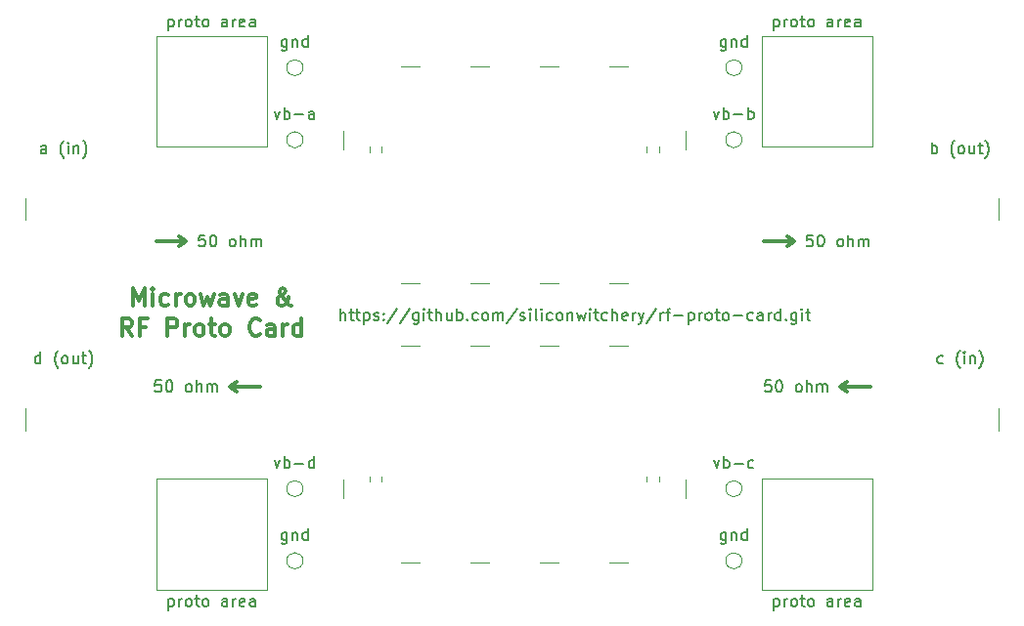
<source format=gbr>
%TF.GenerationSoftware,KiCad,Pcbnew,(5.1.9-0-10_14)*%
%TF.CreationDate,2021-09-19T22:05:27+02:00*%
%TF.ProjectId,rf-proto-card,72662d70-726f-4746-9f2d-636172642e6b,1*%
%TF.SameCoordinates,Original*%
%TF.FileFunction,Legend,Top*%
%TF.FilePolarity,Positive*%
%FSLAX46Y46*%
G04 Gerber Fmt 4.6, Leading zero omitted, Abs format (unit mm)*
G04 Created by KiCad (PCBNEW (5.1.9-0-10_14)) date 2021-09-19 22:05:27*
%MOMM*%
%LPD*%
G01*
G04 APERTURE LIST*
%ADD10C,0.150000*%
%ADD11C,0.300000*%
%ADD12C,0.375000*%
%ADD13C,0.120000*%
%ADD14C,0.100000*%
%ADD15R,0.900000X1.300000*%
%ADD16R,1.000000X4.550000*%
%ADD17R,1.000000X3.800000*%
%ADD18R,3.980000X1.000000*%
%ADD19R,3.800000X1.000000*%
%ADD20R,1.000000X1.000000*%
%ADD21C,1.000000*%
%ADD22C,0.900000*%
%ADD23C,1.730000*%
%ADD24C,0.800000*%
%ADD25C,5.400000*%
G04 APERTURE END LIST*
D10*
X130938095Y-94652380D02*
X130938095Y-93652380D01*
X131366666Y-94652380D02*
X131366666Y-94128571D01*
X131319047Y-94033333D01*
X131223809Y-93985714D01*
X131080952Y-93985714D01*
X130985714Y-94033333D01*
X130938095Y-94080952D01*
X131700000Y-93985714D02*
X132080952Y-93985714D01*
X131842857Y-93652380D02*
X131842857Y-94509523D01*
X131890476Y-94604761D01*
X131985714Y-94652380D01*
X132080952Y-94652380D01*
X132271428Y-93985714D02*
X132652380Y-93985714D01*
X132414285Y-93652380D02*
X132414285Y-94509523D01*
X132461904Y-94604761D01*
X132557142Y-94652380D01*
X132652380Y-94652380D01*
X132985714Y-93985714D02*
X132985714Y-94985714D01*
X132985714Y-94033333D02*
X133080952Y-93985714D01*
X133271428Y-93985714D01*
X133366666Y-94033333D01*
X133414285Y-94080952D01*
X133461904Y-94176190D01*
X133461904Y-94461904D01*
X133414285Y-94557142D01*
X133366666Y-94604761D01*
X133271428Y-94652380D01*
X133080952Y-94652380D01*
X132985714Y-94604761D01*
X133842857Y-94604761D02*
X133938095Y-94652380D01*
X134128571Y-94652380D01*
X134223809Y-94604761D01*
X134271428Y-94509523D01*
X134271428Y-94461904D01*
X134223809Y-94366666D01*
X134128571Y-94319047D01*
X133985714Y-94319047D01*
X133890476Y-94271428D01*
X133842857Y-94176190D01*
X133842857Y-94128571D01*
X133890476Y-94033333D01*
X133985714Y-93985714D01*
X134128571Y-93985714D01*
X134223809Y-94033333D01*
X134700000Y-94557142D02*
X134747619Y-94604761D01*
X134700000Y-94652380D01*
X134652380Y-94604761D01*
X134700000Y-94557142D01*
X134700000Y-94652380D01*
X134700000Y-94033333D02*
X134747619Y-94080952D01*
X134700000Y-94128571D01*
X134652380Y-94080952D01*
X134700000Y-94033333D01*
X134700000Y-94128571D01*
X135890476Y-93604761D02*
X135033333Y-94890476D01*
X136938095Y-93604761D02*
X136080952Y-94890476D01*
X137700000Y-93985714D02*
X137700000Y-94795238D01*
X137652380Y-94890476D01*
X137604761Y-94938095D01*
X137509523Y-94985714D01*
X137366666Y-94985714D01*
X137271428Y-94938095D01*
X137700000Y-94604761D02*
X137604761Y-94652380D01*
X137414285Y-94652380D01*
X137319047Y-94604761D01*
X137271428Y-94557142D01*
X137223809Y-94461904D01*
X137223809Y-94176190D01*
X137271428Y-94080952D01*
X137319047Y-94033333D01*
X137414285Y-93985714D01*
X137604761Y-93985714D01*
X137700000Y-94033333D01*
X138176190Y-94652380D02*
X138176190Y-93985714D01*
X138176190Y-93652380D02*
X138128571Y-93700000D01*
X138176190Y-93747619D01*
X138223809Y-93700000D01*
X138176190Y-93652380D01*
X138176190Y-93747619D01*
X138509523Y-93985714D02*
X138890476Y-93985714D01*
X138652380Y-93652380D02*
X138652380Y-94509523D01*
X138700000Y-94604761D01*
X138795238Y-94652380D01*
X138890476Y-94652380D01*
X139223809Y-94652380D02*
X139223809Y-93652380D01*
X139652380Y-94652380D02*
X139652380Y-94128571D01*
X139604761Y-94033333D01*
X139509523Y-93985714D01*
X139366666Y-93985714D01*
X139271428Y-94033333D01*
X139223809Y-94080952D01*
X140557142Y-93985714D02*
X140557142Y-94652380D01*
X140128571Y-93985714D02*
X140128571Y-94509523D01*
X140176190Y-94604761D01*
X140271428Y-94652380D01*
X140414285Y-94652380D01*
X140509523Y-94604761D01*
X140557142Y-94557142D01*
X141033333Y-94652380D02*
X141033333Y-93652380D01*
X141033333Y-94033333D02*
X141128571Y-93985714D01*
X141319047Y-93985714D01*
X141414285Y-94033333D01*
X141461904Y-94080952D01*
X141509523Y-94176190D01*
X141509523Y-94461904D01*
X141461904Y-94557142D01*
X141414285Y-94604761D01*
X141319047Y-94652380D01*
X141128571Y-94652380D01*
X141033333Y-94604761D01*
X141938095Y-94557142D02*
X141985714Y-94604761D01*
X141938095Y-94652380D01*
X141890476Y-94604761D01*
X141938095Y-94557142D01*
X141938095Y-94652380D01*
X142842857Y-94604761D02*
X142747619Y-94652380D01*
X142557142Y-94652380D01*
X142461904Y-94604761D01*
X142414285Y-94557142D01*
X142366666Y-94461904D01*
X142366666Y-94176190D01*
X142414285Y-94080952D01*
X142461904Y-94033333D01*
X142557142Y-93985714D01*
X142747619Y-93985714D01*
X142842857Y-94033333D01*
X143414285Y-94652380D02*
X143319047Y-94604761D01*
X143271428Y-94557142D01*
X143223809Y-94461904D01*
X143223809Y-94176190D01*
X143271428Y-94080952D01*
X143319047Y-94033333D01*
X143414285Y-93985714D01*
X143557142Y-93985714D01*
X143652380Y-94033333D01*
X143700000Y-94080952D01*
X143747619Y-94176190D01*
X143747619Y-94461904D01*
X143700000Y-94557142D01*
X143652380Y-94604761D01*
X143557142Y-94652380D01*
X143414285Y-94652380D01*
X144176190Y-94652380D02*
X144176190Y-93985714D01*
X144176190Y-94080952D02*
X144223809Y-94033333D01*
X144319047Y-93985714D01*
X144461904Y-93985714D01*
X144557142Y-94033333D01*
X144604761Y-94128571D01*
X144604761Y-94652380D01*
X144604761Y-94128571D02*
X144652380Y-94033333D01*
X144747619Y-93985714D01*
X144890476Y-93985714D01*
X144985714Y-94033333D01*
X145033333Y-94128571D01*
X145033333Y-94652380D01*
X146223809Y-93604761D02*
X145366666Y-94890476D01*
X146509523Y-94604761D02*
X146604761Y-94652380D01*
X146795238Y-94652380D01*
X146890476Y-94604761D01*
X146938095Y-94509523D01*
X146938095Y-94461904D01*
X146890476Y-94366666D01*
X146795238Y-94319047D01*
X146652380Y-94319047D01*
X146557142Y-94271428D01*
X146509523Y-94176190D01*
X146509523Y-94128571D01*
X146557142Y-94033333D01*
X146652380Y-93985714D01*
X146795238Y-93985714D01*
X146890476Y-94033333D01*
X147366666Y-94652380D02*
X147366666Y-93985714D01*
X147366666Y-93652380D02*
X147319047Y-93700000D01*
X147366666Y-93747619D01*
X147414285Y-93700000D01*
X147366666Y-93652380D01*
X147366666Y-93747619D01*
X147985714Y-94652380D02*
X147890476Y-94604761D01*
X147842857Y-94509523D01*
X147842857Y-93652380D01*
X148366666Y-94652380D02*
X148366666Y-93985714D01*
X148366666Y-93652380D02*
X148319047Y-93700000D01*
X148366666Y-93747619D01*
X148414285Y-93700000D01*
X148366666Y-93652380D01*
X148366666Y-93747619D01*
X149271428Y-94604761D02*
X149176190Y-94652380D01*
X148985714Y-94652380D01*
X148890476Y-94604761D01*
X148842857Y-94557142D01*
X148795238Y-94461904D01*
X148795238Y-94176190D01*
X148842857Y-94080952D01*
X148890476Y-94033333D01*
X148985714Y-93985714D01*
X149176190Y-93985714D01*
X149271428Y-94033333D01*
X149842857Y-94652380D02*
X149747619Y-94604761D01*
X149700000Y-94557142D01*
X149652380Y-94461904D01*
X149652380Y-94176190D01*
X149700000Y-94080952D01*
X149747619Y-94033333D01*
X149842857Y-93985714D01*
X149985714Y-93985714D01*
X150080952Y-94033333D01*
X150128571Y-94080952D01*
X150176190Y-94176190D01*
X150176190Y-94461904D01*
X150128571Y-94557142D01*
X150080952Y-94604761D01*
X149985714Y-94652380D01*
X149842857Y-94652380D01*
X150604761Y-93985714D02*
X150604761Y-94652380D01*
X150604761Y-94080952D02*
X150652380Y-94033333D01*
X150747619Y-93985714D01*
X150890476Y-93985714D01*
X150985714Y-94033333D01*
X151033333Y-94128571D01*
X151033333Y-94652380D01*
X151414285Y-93985714D02*
X151604761Y-94652380D01*
X151795238Y-94176190D01*
X151985714Y-94652380D01*
X152176190Y-93985714D01*
X152557142Y-94652380D02*
X152557142Y-93985714D01*
X152557142Y-93652380D02*
X152509523Y-93700000D01*
X152557142Y-93747619D01*
X152604761Y-93700000D01*
X152557142Y-93652380D01*
X152557142Y-93747619D01*
X152890476Y-93985714D02*
X153271428Y-93985714D01*
X153033333Y-93652380D02*
X153033333Y-94509523D01*
X153080952Y-94604761D01*
X153176190Y-94652380D01*
X153271428Y-94652380D01*
X154033333Y-94604761D02*
X153938095Y-94652380D01*
X153747619Y-94652380D01*
X153652380Y-94604761D01*
X153604761Y-94557142D01*
X153557142Y-94461904D01*
X153557142Y-94176190D01*
X153604761Y-94080952D01*
X153652380Y-94033333D01*
X153747619Y-93985714D01*
X153938095Y-93985714D01*
X154033333Y-94033333D01*
X154461904Y-94652380D02*
X154461904Y-93652380D01*
X154890476Y-94652380D02*
X154890476Y-94128571D01*
X154842857Y-94033333D01*
X154747619Y-93985714D01*
X154604761Y-93985714D01*
X154509523Y-94033333D01*
X154461904Y-94080952D01*
X155747619Y-94604761D02*
X155652380Y-94652380D01*
X155461904Y-94652380D01*
X155366666Y-94604761D01*
X155319047Y-94509523D01*
X155319047Y-94128571D01*
X155366666Y-94033333D01*
X155461904Y-93985714D01*
X155652380Y-93985714D01*
X155747619Y-94033333D01*
X155795238Y-94128571D01*
X155795238Y-94223809D01*
X155319047Y-94319047D01*
X156223809Y-94652380D02*
X156223809Y-93985714D01*
X156223809Y-94176190D02*
X156271428Y-94080952D01*
X156319047Y-94033333D01*
X156414285Y-93985714D01*
X156509523Y-93985714D01*
X156747619Y-93985714D02*
X156985714Y-94652380D01*
X157223809Y-93985714D02*
X156985714Y-94652380D01*
X156890476Y-94890476D01*
X156842857Y-94938095D01*
X156747619Y-94985714D01*
X158319047Y-93604761D02*
X157461904Y-94890476D01*
X158652380Y-94652380D02*
X158652380Y-93985714D01*
X158652380Y-94176190D02*
X158700000Y-94080952D01*
X158747619Y-94033333D01*
X158842857Y-93985714D01*
X158938095Y-93985714D01*
X159128571Y-93985714D02*
X159509523Y-93985714D01*
X159271428Y-94652380D02*
X159271428Y-93795238D01*
X159319047Y-93700000D01*
X159414285Y-93652380D01*
X159509523Y-93652380D01*
X159842857Y-94271428D02*
X160604761Y-94271428D01*
X161080952Y-93985714D02*
X161080952Y-94985714D01*
X161080952Y-94033333D02*
X161176190Y-93985714D01*
X161366666Y-93985714D01*
X161461904Y-94033333D01*
X161509523Y-94080952D01*
X161557142Y-94176190D01*
X161557142Y-94461904D01*
X161509523Y-94557142D01*
X161461904Y-94604761D01*
X161366666Y-94652380D01*
X161176190Y-94652380D01*
X161080952Y-94604761D01*
X161985714Y-94652380D02*
X161985714Y-93985714D01*
X161985714Y-94176190D02*
X162033333Y-94080952D01*
X162080952Y-94033333D01*
X162176190Y-93985714D01*
X162271428Y-93985714D01*
X162747619Y-94652380D02*
X162652380Y-94604761D01*
X162604761Y-94557142D01*
X162557142Y-94461904D01*
X162557142Y-94176190D01*
X162604761Y-94080952D01*
X162652380Y-94033333D01*
X162747619Y-93985714D01*
X162890476Y-93985714D01*
X162985714Y-94033333D01*
X163033333Y-94080952D01*
X163080952Y-94176190D01*
X163080952Y-94461904D01*
X163033333Y-94557142D01*
X162985714Y-94604761D01*
X162890476Y-94652380D01*
X162747619Y-94652380D01*
X163366666Y-93985714D02*
X163747619Y-93985714D01*
X163509523Y-93652380D02*
X163509523Y-94509523D01*
X163557142Y-94604761D01*
X163652380Y-94652380D01*
X163747619Y-94652380D01*
X164223809Y-94652380D02*
X164128571Y-94604761D01*
X164080952Y-94557142D01*
X164033333Y-94461904D01*
X164033333Y-94176190D01*
X164080952Y-94080952D01*
X164128571Y-94033333D01*
X164223809Y-93985714D01*
X164366666Y-93985714D01*
X164461904Y-94033333D01*
X164509523Y-94080952D01*
X164557142Y-94176190D01*
X164557142Y-94461904D01*
X164509523Y-94557142D01*
X164461904Y-94604761D01*
X164366666Y-94652380D01*
X164223809Y-94652380D01*
X164985714Y-94271428D02*
X165747619Y-94271428D01*
X166652380Y-94604761D02*
X166557142Y-94652380D01*
X166366666Y-94652380D01*
X166271428Y-94604761D01*
X166223809Y-94557142D01*
X166176190Y-94461904D01*
X166176190Y-94176190D01*
X166223809Y-94080952D01*
X166271428Y-94033333D01*
X166366666Y-93985714D01*
X166557142Y-93985714D01*
X166652380Y-94033333D01*
X167509523Y-94652380D02*
X167509523Y-94128571D01*
X167461904Y-94033333D01*
X167366666Y-93985714D01*
X167176190Y-93985714D01*
X167080952Y-94033333D01*
X167509523Y-94604761D02*
X167414285Y-94652380D01*
X167176190Y-94652380D01*
X167080952Y-94604761D01*
X167033333Y-94509523D01*
X167033333Y-94414285D01*
X167080952Y-94319047D01*
X167176190Y-94271428D01*
X167414285Y-94271428D01*
X167509523Y-94223809D01*
X167985714Y-94652380D02*
X167985714Y-93985714D01*
X167985714Y-94176190D02*
X168033333Y-94080952D01*
X168080952Y-94033333D01*
X168176190Y-93985714D01*
X168271428Y-93985714D01*
X169033333Y-94652380D02*
X169033333Y-93652380D01*
X169033333Y-94604761D02*
X168938095Y-94652380D01*
X168747619Y-94652380D01*
X168652380Y-94604761D01*
X168604761Y-94557142D01*
X168557142Y-94461904D01*
X168557142Y-94176190D01*
X168604761Y-94080952D01*
X168652380Y-94033333D01*
X168747619Y-93985714D01*
X168938095Y-93985714D01*
X169033333Y-94033333D01*
X169509523Y-94557142D02*
X169557142Y-94604761D01*
X169509523Y-94652380D01*
X169461904Y-94604761D01*
X169509523Y-94557142D01*
X169509523Y-94652380D01*
X170414285Y-93985714D02*
X170414285Y-94795238D01*
X170366666Y-94890476D01*
X170319047Y-94938095D01*
X170223809Y-94985714D01*
X170080952Y-94985714D01*
X169985714Y-94938095D01*
X170414285Y-94604761D02*
X170319047Y-94652380D01*
X170128571Y-94652380D01*
X170033333Y-94604761D01*
X169985714Y-94557142D01*
X169938095Y-94461904D01*
X169938095Y-94176190D01*
X169985714Y-94080952D01*
X170033333Y-94033333D01*
X170128571Y-93985714D01*
X170319047Y-93985714D01*
X170414285Y-94033333D01*
X170890476Y-94652380D02*
X170890476Y-93985714D01*
X170890476Y-93652380D02*
X170842857Y-93700000D01*
X170890476Y-93747619D01*
X170938095Y-93700000D01*
X170890476Y-93652380D01*
X170890476Y-93747619D01*
X171223809Y-93985714D02*
X171604761Y-93985714D01*
X171366666Y-93652380D02*
X171366666Y-94509523D01*
X171414285Y-94604761D01*
X171509523Y-94652380D01*
X171604761Y-94652380D01*
D11*
X176800000Y-100400000D02*
X174200000Y-100400000D01*
X174200000Y-100400000D02*
X174800000Y-100800000D01*
X174200000Y-100400000D02*
X174800000Y-100000000D01*
D10*
X168209523Y-99852380D02*
X167733333Y-99852380D01*
X167685714Y-100328571D01*
X167733333Y-100280952D01*
X167828571Y-100233333D01*
X168066666Y-100233333D01*
X168161904Y-100280952D01*
X168209523Y-100328571D01*
X168257142Y-100423809D01*
X168257142Y-100661904D01*
X168209523Y-100757142D01*
X168161904Y-100804761D01*
X168066666Y-100852380D01*
X167828571Y-100852380D01*
X167733333Y-100804761D01*
X167685714Y-100757142D01*
X168876190Y-99852380D02*
X168971428Y-99852380D01*
X169066666Y-99900000D01*
X169114285Y-99947619D01*
X169161904Y-100042857D01*
X169209523Y-100233333D01*
X169209523Y-100471428D01*
X169161904Y-100661904D01*
X169114285Y-100757142D01*
X169066666Y-100804761D01*
X168971428Y-100852380D01*
X168876190Y-100852380D01*
X168780952Y-100804761D01*
X168733333Y-100757142D01*
X168685714Y-100661904D01*
X168638095Y-100471428D01*
X168638095Y-100233333D01*
X168685714Y-100042857D01*
X168733333Y-99947619D01*
X168780952Y-99900000D01*
X168876190Y-99852380D01*
X170542857Y-100852380D02*
X170447619Y-100804761D01*
X170400000Y-100757142D01*
X170352380Y-100661904D01*
X170352380Y-100376190D01*
X170400000Y-100280952D01*
X170447619Y-100233333D01*
X170542857Y-100185714D01*
X170685714Y-100185714D01*
X170780952Y-100233333D01*
X170828571Y-100280952D01*
X170876190Y-100376190D01*
X170876190Y-100661904D01*
X170828571Y-100757142D01*
X170780952Y-100804761D01*
X170685714Y-100852380D01*
X170542857Y-100852380D01*
X171304761Y-100852380D02*
X171304761Y-99852380D01*
X171733333Y-100852380D02*
X171733333Y-100328571D01*
X171685714Y-100233333D01*
X171590476Y-100185714D01*
X171447619Y-100185714D01*
X171352380Y-100233333D01*
X171304761Y-100280952D01*
X172209523Y-100852380D02*
X172209523Y-100185714D01*
X172209523Y-100280952D02*
X172257142Y-100233333D01*
X172352380Y-100185714D01*
X172495238Y-100185714D01*
X172590476Y-100233333D01*
X172638095Y-100328571D01*
X172638095Y-100852380D01*
X172638095Y-100328571D02*
X172685714Y-100233333D01*
X172780952Y-100185714D01*
X172923809Y-100185714D01*
X173019047Y-100233333D01*
X173066666Y-100328571D01*
X173066666Y-100852380D01*
D11*
X124000000Y-100400000D02*
X121400000Y-100400000D01*
X121400000Y-100400000D02*
X122000000Y-100800000D01*
X121400000Y-100400000D02*
X122000000Y-100000000D01*
D10*
X115409523Y-99852380D02*
X114933333Y-99852380D01*
X114885714Y-100328571D01*
X114933333Y-100280952D01*
X115028571Y-100233333D01*
X115266666Y-100233333D01*
X115361904Y-100280952D01*
X115409523Y-100328571D01*
X115457142Y-100423809D01*
X115457142Y-100661904D01*
X115409523Y-100757142D01*
X115361904Y-100804761D01*
X115266666Y-100852380D01*
X115028571Y-100852380D01*
X114933333Y-100804761D01*
X114885714Y-100757142D01*
X116076190Y-99852380D02*
X116171428Y-99852380D01*
X116266666Y-99900000D01*
X116314285Y-99947619D01*
X116361904Y-100042857D01*
X116409523Y-100233333D01*
X116409523Y-100471428D01*
X116361904Y-100661904D01*
X116314285Y-100757142D01*
X116266666Y-100804761D01*
X116171428Y-100852380D01*
X116076190Y-100852380D01*
X115980952Y-100804761D01*
X115933333Y-100757142D01*
X115885714Y-100661904D01*
X115838095Y-100471428D01*
X115838095Y-100233333D01*
X115885714Y-100042857D01*
X115933333Y-99947619D01*
X115980952Y-99900000D01*
X116076190Y-99852380D01*
X117742857Y-100852380D02*
X117647619Y-100804761D01*
X117600000Y-100757142D01*
X117552380Y-100661904D01*
X117552380Y-100376190D01*
X117600000Y-100280952D01*
X117647619Y-100233333D01*
X117742857Y-100185714D01*
X117885714Y-100185714D01*
X117980952Y-100233333D01*
X118028571Y-100280952D01*
X118076190Y-100376190D01*
X118076190Y-100661904D01*
X118028571Y-100757142D01*
X117980952Y-100804761D01*
X117885714Y-100852380D01*
X117742857Y-100852380D01*
X118504761Y-100852380D02*
X118504761Y-99852380D01*
X118933333Y-100852380D02*
X118933333Y-100328571D01*
X118885714Y-100233333D01*
X118790476Y-100185714D01*
X118647619Y-100185714D01*
X118552380Y-100233333D01*
X118504761Y-100280952D01*
X119409523Y-100852380D02*
X119409523Y-100185714D01*
X119409523Y-100280952D02*
X119457142Y-100233333D01*
X119552380Y-100185714D01*
X119695238Y-100185714D01*
X119790476Y-100233333D01*
X119838095Y-100328571D01*
X119838095Y-100852380D01*
X119838095Y-100328571D02*
X119885714Y-100233333D01*
X119980952Y-100185714D01*
X120123809Y-100185714D01*
X120219047Y-100233333D01*
X120266666Y-100328571D01*
X120266666Y-100852380D01*
D11*
X170200000Y-87800000D02*
X169600000Y-87400000D01*
X170200000Y-87800000D02*
X169600000Y-88200000D01*
X167600000Y-87800000D02*
X170200000Y-87800000D01*
D10*
X171809523Y-87252380D02*
X171333333Y-87252380D01*
X171285714Y-87728571D01*
X171333333Y-87680952D01*
X171428571Y-87633333D01*
X171666666Y-87633333D01*
X171761904Y-87680952D01*
X171809523Y-87728571D01*
X171857142Y-87823809D01*
X171857142Y-88061904D01*
X171809523Y-88157142D01*
X171761904Y-88204761D01*
X171666666Y-88252380D01*
X171428571Y-88252380D01*
X171333333Y-88204761D01*
X171285714Y-88157142D01*
X172476190Y-87252380D02*
X172571428Y-87252380D01*
X172666666Y-87300000D01*
X172714285Y-87347619D01*
X172761904Y-87442857D01*
X172809523Y-87633333D01*
X172809523Y-87871428D01*
X172761904Y-88061904D01*
X172714285Y-88157142D01*
X172666666Y-88204761D01*
X172571428Y-88252380D01*
X172476190Y-88252380D01*
X172380952Y-88204761D01*
X172333333Y-88157142D01*
X172285714Y-88061904D01*
X172238095Y-87871428D01*
X172238095Y-87633333D01*
X172285714Y-87442857D01*
X172333333Y-87347619D01*
X172380952Y-87300000D01*
X172476190Y-87252380D01*
X174142857Y-88252380D02*
X174047619Y-88204761D01*
X174000000Y-88157142D01*
X173952380Y-88061904D01*
X173952380Y-87776190D01*
X174000000Y-87680952D01*
X174047619Y-87633333D01*
X174142857Y-87585714D01*
X174285714Y-87585714D01*
X174380952Y-87633333D01*
X174428571Y-87680952D01*
X174476190Y-87776190D01*
X174476190Y-88061904D01*
X174428571Y-88157142D01*
X174380952Y-88204761D01*
X174285714Y-88252380D01*
X174142857Y-88252380D01*
X174904761Y-88252380D02*
X174904761Y-87252380D01*
X175333333Y-88252380D02*
X175333333Y-87728571D01*
X175285714Y-87633333D01*
X175190476Y-87585714D01*
X175047619Y-87585714D01*
X174952380Y-87633333D01*
X174904761Y-87680952D01*
X175809523Y-88252380D02*
X175809523Y-87585714D01*
X175809523Y-87680952D02*
X175857142Y-87633333D01*
X175952380Y-87585714D01*
X176095238Y-87585714D01*
X176190476Y-87633333D01*
X176238095Y-87728571D01*
X176238095Y-88252380D01*
X176238095Y-87728571D02*
X176285714Y-87633333D01*
X176380952Y-87585714D01*
X176523809Y-87585714D01*
X176619047Y-87633333D01*
X176666666Y-87728571D01*
X176666666Y-88252380D01*
X119209523Y-87252380D02*
X118733333Y-87252380D01*
X118685714Y-87728571D01*
X118733333Y-87680952D01*
X118828571Y-87633333D01*
X119066666Y-87633333D01*
X119161904Y-87680952D01*
X119209523Y-87728571D01*
X119257142Y-87823809D01*
X119257142Y-88061904D01*
X119209523Y-88157142D01*
X119161904Y-88204761D01*
X119066666Y-88252380D01*
X118828571Y-88252380D01*
X118733333Y-88204761D01*
X118685714Y-88157142D01*
X119876190Y-87252380D02*
X119971428Y-87252380D01*
X120066666Y-87300000D01*
X120114285Y-87347619D01*
X120161904Y-87442857D01*
X120209523Y-87633333D01*
X120209523Y-87871428D01*
X120161904Y-88061904D01*
X120114285Y-88157142D01*
X120066666Y-88204761D01*
X119971428Y-88252380D01*
X119876190Y-88252380D01*
X119780952Y-88204761D01*
X119733333Y-88157142D01*
X119685714Y-88061904D01*
X119638095Y-87871428D01*
X119638095Y-87633333D01*
X119685714Y-87442857D01*
X119733333Y-87347619D01*
X119780952Y-87300000D01*
X119876190Y-87252380D01*
X121542857Y-88252380D02*
X121447619Y-88204761D01*
X121400000Y-88157142D01*
X121352380Y-88061904D01*
X121352380Y-87776190D01*
X121400000Y-87680952D01*
X121447619Y-87633333D01*
X121542857Y-87585714D01*
X121685714Y-87585714D01*
X121780952Y-87633333D01*
X121828571Y-87680952D01*
X121876190Y-87776190D01*
X121876190Y-88061904D01*
X121828571Y-88157142D01*
X121780952Y-88204761D01*
X121685714Y-88252380D01*
X121542857Y-88252380D01*
X122304761Y-88252380D02*
X122304761Y-87252380D01*
X122733333Y-88252380D02*
X122733333Y-87728571D01*
X122685714Y-87633333D01*
X122590476Y-87585714D01*
X122447619Y-87585714D01*
X122352380Y-87633333D01*
X122304761Y-87680952D01*
X123209523Y-88252380D02*
X123209523Y-87585714D01*
X123209523Y-87680952D02*
X123257142Y-87633333D01*
X123352380Y-87585714D01*
X123495238Y-87585714D01*
X123590476Y-87633333D01*
X123638095Y-87728571D01*
X123638095Y-88252380D01*
X123638095Y-87728571D02*
X123685714Y-87633333D01*
X123780952Y-87585714D01*
X123923809Y-87585714D01*
X124019047Y-87633333D01*
X124066666Y-87728571D01*
X124066666Y-88252380D01*
D12*
X112978571Y-93366071D02*
X112978571Y-91866071D01*
X113478571Y-92937500D01*
X113978571Y-91866071D01*
X113978571Y-93366071D01*
X114692857Y-93366071D02*
X114692857Y-92366071D01*
X114692857Y-91866071D02*
X114621428Y-91937500D01*
X114692857Y-92008928D01*
X114764285Y-91937500D01*
X114692857Y-91866071D01*
X114692857Y-92008928D01*
X116050000Y-93294642D02*
X115907142Y-93366071D01*
X115621428Y-93366071D01*
X115478571Y-93294642D01*
X115407142Y-93223214D01*
X115335714Y-93080357D01*
X115335714Y-92651785D01*
X115407142Y-92508928D01*
X115478571Y-92437500D01*
X115621428Y-92366071D01*
X115907142Y-92366071D01*
X116050000Y-92437500D01*
X116692857Y-93366071D02*
X116692857Y-92366071D01*
X116692857Y-92651785D02*
X116764285Y-92508928D01*
X116835714Y-92437500D01*
X116978571Y-92366071D01*
X117121428Y-92366071D01*
X117835714Y-93366071D02*
X117692857Y-93294642D01*
X117621428Y-93223214D01*
X117550000Y-93080357D01*
X117550000Y-92651785D01*
X117621428Y-92508928D01*
X117692857Y-92437500D01*
X117835714Y-92366071D01*
X118050000Y-92366071D01*
X118192857Y-92437500D01*
X118264285Y-92508928D01*
X118335714Y-92651785D01*
X118335714Y-93080357D01*
X118264285Y-93223214D01*
X118192857Y-93294642D01*
X118050000Y-93366071D01*
X117835714Y-93366071D01*
X118835714Y-92366071D02*
X119121428Y-93366071D01*
X119407142Y-92651785D01*
X119692857Y-93366071D01*
X119978571Y-92366071D01*
X121192857Y-93366071D02*
X121192857Y-92580357D01*
X121121428Y-92437500D01*
X120978571Y-92366071D01*
X120692857Y-92366071D01*
X120550000Y-92437500D01*
X121192857Y-93294642D02*
X121050000Y-93366071D01*
X120692857Y-93366071D01*
X120550000Y-93294642D01*
X120478571Y-93151785D01*
X120478571Y-93008928D01*
X120550000Y-92866071D01*
X120692857Y-92794642D01*
X121050000Y-92794642D01*
X121192857Y-92723214D01*
X121764285Y-92366071D02*
X122121428Y-93366071D01*
X122478571Y-92366071D01*
X123621428Y-93294642D02*
X123478571Y-93366071D01*
X123192857Y-93366071D01*
X123050000Y-93294642D01*
X122978571Y-93151785D01*
X122978571Y-92580357D01*
X123050000Y-92437500D01*
X123192857Y-92366071D01*
X123478571Y-92366071D01*
X123621428Y-92437500D01*
X123692857Y-92580357D01*
X123692857Y-92723214D01*
X122978571Y-92866071D01*
X126692857Y-93366071D02*
X126621428Y-93366071D01*
X126478571Y-93294642D01*
X126264285Y-93080357D01*
X125907142Y-92651785D01*
X125764285Y-92437500D01*
X125692857Y-92223214D01*
X125692857Y-92080357D01*
X125764285Y-91937500D01*
X125907142Y-91866071D01*
X125978571Y-91866071D01*
X126121428Y-91937500D01*
X126192857Y-92080357D01*
X126192857Y-92151785D01*
X126121428Y-92294642D01*
X126050000Y-92366071D01*
X125621428Y-92651785D01*
X125550000Y-92723214D01*
X125478571Y-92866071D01*
X125478571Y-93080357D01*
X125550000Y-93223214D01*
X125621428Y-93294642D01*
X125764285Y-93366071D01*
X125978571Y-93366071D01*
X126121428Y-93294642D01*
X126192857Y-93223214D01*
X126407142Y-92937500D01*
X126478571Y-92723214D01*
X126478571Y-92580357D01*
X112907142Y-95991071D02*
X112407142Y-95276785D01*
X112050000Y-95991071D02*
X112050000Y-94491071D01*
X112621428Y-94491071D01*
X112764285Y-94562500D01*
X112835714Y-94633928D01*
X112907142Y-94776785D01*
X112907142Y-94991071D01*
X112835714Y-95133928D01*
X112764285Y-95205357D01*
X112621428Y-95276785D01*
X112050000Y-95276785D01*
X114050000Y-95205357D02*
X113550000Y-95205357D01*
X113550000Y-95991071D02*
X113550000Y-94491071D01*
X114264285Y-94491071D01*
X115978571Y-95991071D02*
X115978571Y-94491071D01*
X116550000Y-94491071D01*
X116692857Y-94562500D01*
X116764285Y-94633928D01*
X116835714Y-94776785D01*
X116835714Y-94991071D01*
X116764285Y-95133928D01*
X116692857Y-95205357D01*
X116550000Y-95276785D01*
X115978571Y-95276785D01*
X117478571Y-95991071D02*
X117478571Y-94991071D01*
X117478571Y-95276785D02*
X117550000Y-95133928D01*
X117621428Y-95062500D01*
X117764285Y-94991071D01*
X117907142Y-94991071D01*
X118621428Y-95991071D02*
X118478571Y-95919642D01*
X118407142Y-95848214D01*
X118335714Y-95705357D01*
X118335714Y-95276785D01*
X118407142Y-95133928D01*
X118478571Y-95062500D01*
X118621428Y-94991071D01*
X118835714Y-94991071D01*
X118978571Y-95062500D01*
X119050000Y-95133928D01*
X119121428Y-95276785D01*
X119121428Y-95705357D01*
X119050000Y-95848214D01*
X118978571Y-95919642D01*
X118835714Y-95991071D01*
X118621428Y-95991071D01*
X119550000Y-94991071D02*
X120121428Y-94991071D01*
X119764285Y-94491071D02*
X119764285Y-95776785D01*
X119835714Y-95919642D01*
X119978571Y-95991071D01*
X120121428Y-95991071D01*
X120835714Y-95991071D02*
X120692857Y-95919642D01*
X120621428Y-95848214D01*
X120550000Y-95705357D01*
X120550000Y-95276785D01*
X120621428Y-95133928D01*
X120692857Y-95062500D01*
X120835714Y-94991071D01*
X121050000Y-94991071D01*
X121192857Y-95062500D01*
X121264285Y-95133928D01*
X121335714Y-95276785D01*
X121335714Y-95705357D01*
X121264285Y-95848214D01*
X121192857Y-95919642D01*
X121050000Y-95991071D01*
X120835714Y-95991071D01*
X123978571Y-95848214D02*
X123907142Y-95919642D01*
X123692857Y-95991071D01*
X123550000Y-95991071D01*
X123335714Y-95919642D01*
X123192857Y-95776785D01*
X123121428Y-95633928D01*
X123050000Y-95348214D01*
X123050000Y-95133928D01*
X123121428Y-94848214D01*
X123192857Y-94705357D01*
X123335714Y-94562500D01*
X123550000Y-94491071D01*
X123692857Y-94491071D01*
X123907142Y-94562500D01*
X123978571Y-94633928D01*
X125264285Y-95991071D02*
X125264285Y-95205357D01*
X125192857Y-95062500D01*
X125050000Y-94991071D01*
X124764285Y-94991071D01*
X124621428Y-95062500D01*
X125264285Y-95919642D02*
X125121428Y-95991071D01*
X124764285Y-95991071D01*
X124621428Y-95919642D01*
X124550000Y-95776785D01*
X124550000Y-95633928D01*
X124621428Y-95491071D01*
X124764285Y-95419642D01*
X125121428Y-95419642D01*
X125264285Y-95348214D01*
X125978571Y-95991071D02*
X125978571Y-94991071D01*
X125978571Y-95276785D02*
X126050000Y-95133928D01*
X126121428Y-95062500D01*
X126264285Y-94991071D01*
X126407142Y-94991071D01*
X127550000Y-95991071D02*
X127550000Y-94491071D01*
X127550000Y-95919642D02*
X127407142Y-95991071D01*
X127121428Y-95991071D01*
X126978571Y-95919642D01*
X126907142Y-95848214D01*
X126835714Y-95705357D01*
X126835714Y-95276785D01*
X126907142Y-95133928D01*
X126978571Y-95062500D01*
X127121428Y-94991071D01*
X127407142Y-94991071D01*
X127550000Y-95062500D01*
D11*
X117600000Y-87800000D02*
X117000000Y-88200000D01*
X117600000Y-87800000D02*
X117000000Y-87400000D01*
X115000000Y-87800000D02*
X117600000Y-87800000D01*
D13*
X124600000Y-118000000D02*
X115000000Y-118000000D01*
X124600000Y-108400000D02*
X124600000Y-118000000D01*
X115000000Y-118000000D02*
X115000000Y-108400000D01*
X115000000Y-108400000D02*
X124600000Y-108400000D01*
D10*
X116061904Y-118785714D02*
X116061904Y-119785714D01*
X116061904Y-118833333D02*
X116157142Y-118785714D01*
X116347619Y-118785714D01*
X116442857Y-118833333D01*
X116490476Y-118880952D01*
X116538095Y-118976190D01*
X116538095Y-119261904D01*
X116490476Y-119357142D01*
X116442857Y-119404761D01*
X116347619Y-119452380D01*
X116157142Y-119452380D01*
X116061904Y-119404761D01*
X116966666Y-119452380D02*
X116966666Y-118785714D01*
X116966666Y-118976190D02*
X117014285Y-118880952D01*
X117061904Y-118833333D01*
X117157142Y-118785714D01*
X117252380Y-118785714D01*
X117728571Y-119452380D02*
X117633333Y-119404761D01*
X117585714Y-119357142D01*
X117538095Y-119261904D01*
X117538095Y-118976190D01*
X117585714Y-118880952D01*
X117633333Y-118833333D01*
X117728571Y-118785714D01*
X117871428Y-118785714D01*
X117966666Y-118833333D01*
X118014285Y-118880952D01*
X118061904Y-118976190D01*
X118061904Y-119261904D01*
X118014285Y-119357142D01*
X117966666Y-119404761D01*
X117871428Y-119452380D01*
X117728571Y-119452380D01*
X118347619Y-118785714D02*
X118728571Y-118785714D01*
X118490476Y-118452380D02*
X118490476Y-119309523D01*
X118538095Y-119404761D01*
X118633333Y-119452380D01*
X118728571Y-119452380D01*
X119204761Y-119452380D02*
X119109523Y-119404761D01*
X119061904Y-119357142D01*
X119014285Y-119261904D01*
X119014285Y-118976190D01*
X119061904Y-118880952D01*
X119109523Y-118833333D01*
X119204761Y-118785714D01*
X119347619Y-118785714D01*
X119442857Y-118833333D01*
X119490476Y-118880952D01*
X119538095Y-118976190D01*
X119538095Y-119261904D01*
X119490476Y-119357142D01*
X119442857Y-119404761D01*
X119347619Y-119452380D01*
X119204761Y-119452380D01*
X121157142Y-119452380D02*
X121157142Y-118928571D01*
X121109523Y-118833333D01*
X121014285Y-118785714D01*
X120823809Y-118785714D01*
X120728571Y-118833333D01*
X121157142Y-119404761D02*
X121061904Y-119452380D01*
X120823809Y-119452380D01*
X120728571Y-119404761D01*
X120680952Y-119309523D01*
X120680952Y-119214285D01*
X120728571Y-119119047D01*
X120823809Y-119071428D01*
X121061904Y-119071428D01*
X121157142Y-119023809D01*
X121633333Y-119452380D02*
X121633333Y-118785714D01*
X121633333Y-118976190D02*
X121680952Y-118880952D01*
X121728571Y-118833333D01*
X121823809Y-118785714D01*
X121919047Y-118785714D01*
X122633333Y-119404761D02*
X122538095Y-119452380D01*
X122347619Y-119452380D01*
X122252380Y-119404761D01*
X122204761Y-119309523D01*
X122204761Y-118928571D01*
X122252380Y-118833333D01*
X122347619Y-118785714D01*
X122538095Y-118785714D01*
X122633333Y-118833333D01*
X122680952Y-118928571D01*
X122680952Y-119023809D01*
X122204761Y-119119047D01*
X123538095Y-119452380D02*
X123538095Y-118928571D01*
X123490476Y-118833333D01*
X123395238Y-118785714D01*
X123204761Y-118785714D01*
X123109523Y-118833333D01*
X123538095Y-119404761D02*
X123442857Y-119452380D01*
X123204761Y-119452380D01*
X123109523Y-119404761D01*
X123061904Y-119309523D01*
X123061904Y-119214285D01*
X123109523Y-119119047D01*
X123204761Y-119071428D01*
X123442857Y-119071428D01*
X123538095Y-119023809D01*
D13*
X177000000Y-118000000D02*
X167400000Y-118000000D01*
X177000000Y-108400000D02*
X177000000Y-118000000D01*
X167400000Y-118000000D02*
X167400000Y-108400000D01*
X167400000Y-108400000D02*
X177000000Y-108400000D01*
D10*
X168461904Y-118785714D02*
X168461904Y-119785714D01*
X168461904Y-118833333D02*
X168557142Y-118785714D01*
X168747619Y-118785714D01*
X168842857Y-118833333D01*
X168890476Y-118880952D01*
X168938095Y-118976190D01*
X168938095Y-119261904D01*
X168890476Y-119357142D01*
X168842857Y-119404761D01*
X168747619Y-119452380D01*
X168557142Y-119452380D01*
X168461904Y-119404761D01*
X169366666Y-119452380D02*
X169366666Y-118785714D01*
X169366666Y-118976190D02*
X169414285Y-118880952D01*
X169461904Y-118833333D01*
X169557142Y-118785714D01*
X169652380Y-118785714D01*
X170128571Y-119452380D02*
X170033333Y-119404761D01*
X169985714Y-119357142D01*
X169938095Y-119261904D01*
X169938095Y-118976190D01*
X169985714Y-118880952D01*
X170033333Y-118833333D01*
X170128571Y-118785714D01*
X170271428Y-118785714D01*
X170366666Y-118833333D01*
X170414285Y-118880952D01*
X170461904Y-118976190D01*
X170461904Y-119261904D01*
X170414285Y-119357142D01*
X170366666Y-119404761D01*
X170271428Y-119452380D01*
X170128571Y-119452380D01*
X170747619Y-118785714D02*
X171128571Y-118785714D01*
X170890476Y-118452380D02*
X170890476Y-119309523D01*
X170938095Y-119404761D01*
X171033333Y-119452380D01*
X171128571Y-119452380D01*
X171604761Y-119452380D02*
X171509523Y-119404761D01*
X171461904Y-119357142D01*
X171414285Y-119261904D01*
X171414285Y-118976190D01*
X171461904Y-118880952D01*
X171509523Y-118833333D01*
X171604761Y-118785714D01*
X171747619Y-118785714D01*
X171842857Y-118833333D01*
X171890476Y-118880952D01*
X171938095Y-118976190D01*
X171938095Y-119261904D01*
X171890476Y-119357142D01*
X171842857Y-119404761D01*
X171747619Y-119452380D01*
X171604761Y-119452380D01*
X173557142Y-119452380D02*
X173557142Y-118928571D01*
X173509523Y-118833333D01*
X173414285Y-118785714D01*
X173223809Y-118785714D01*
X173128571Y-118833333D01*
X173557142Y-119404761D02*
X173461904Y-119452380D01*
X173223809Y-119452380D01*
X173128571Y-119404761D01*
X173080952Y-119309523D01*
X173080952Y-119214285D01*
X173128571Y-119119047D01*
X173223809Y-119071428D01*
X173461904Y-119071428D01*
X173557142Y-119023809D01*
X174033333Y-119452380D02*
X174033333Y-118785714D01*
X174033333Y-118976190D02*
X174080952Y-118880952D01*
X174128571Y-118833333D01*
X174223809Y-118785714D01*
X174319047Y-118785714D01*
X175033333Y-119404761D02*
X174938095Y-119452380D01*
X174747619Y-119452380D01*
X174652380Y-119404761D01*
X174604761Y-119309523D01*
X174604761Y-118928571D01*
X174652380Y-118833333D01*
X174747619Y-118785714D01*
X174938095Y-118785714D01*
X175033333Y-118833333D01*
X175080952Y-118928571D01*
X175080952Y-119023809D01*
X174604761Y-119119047D01*
X175938095Y-119452380D02*
X175938095Y-118928571D01*
X175890476Y-118833333D01*
X175795238Y-118785714D01*
X175604761Y-118785714D01*
X175509523Y-118833333D01*
X175938095Y-119404761D02*
X175842857Y-119452380D01*
X175604761Y-119452380D01*
X175509523Y-119404761D01*
X175461904Y-119309523D01*
X175461904Y-119214285D01*
X175509523Y-119119047D01*
X175604761Y-119071428D01*
X175842857Y-119071428D01*
X175938095Y-119023809D01*
D13*
X177000000Y-79600000D02*
X167400000Y-79600000D01*
X177000000Y-70000000D02*
X177000000Y-79600000D01*
X167400000Y-79600000D02*
X167400000Y-70000000D01*
X167400000Y-70000000D02*
X177000000Y-70000000D01*
D10*
X168461904Y-68535714D02*
X168461904Y-69535714D01*
X168461904Y-68583333D02*
X168557142Y-68535714D01*
X168747619Y-68535714D01*
X168842857Y-68583333D01*
X168890476Y-68630952D01*
X168938095Y-68726190D01*
X168938095Y-69011904D01*
X168890476Y-69107142D01*
X168842857Y-69154761D01*
X168747619Y-69202380D01*
X168557142Y-69202380D01*
X168461904Y-69154761D01*
X169366666Y-69202380D02*
X169366666Y-68535714D01*
X169366666Y-68726190D02*
X169414285Y-68630952D01*
X169461904Y-68583333D01*
X169557142Y-68535714D01*
X169652380Y-68535714D01*
X170128571Y-69202380D02*
X170033333Y-69154761D01*
X169985714Y-69107142D01*
X169938095Y-69011904D01*
X169938095Y-68726190D01*
X169985714Y-68630952D01*
X170033333Y-68583333D01*
X170128571Y-68535714D01*
X170271428Y-68535714D01*
X170366666Y-68583333D01*
X170414285Y-68630952D01*
X170461904Y-68726190D01*
X170461904Y-69011904D01*
X170414285Y-69107142D01*
X170366666Y-69154761D01*
X170271428Y-69202380D01*
X170128571Y-69202380D01*
X170747619Y-68535714D02*
X171128571Y-68535714D01*
X170890476Y-68202380D02*
X170890476Y-69059523D01*
X170938095Y-69154761D01*
X171033333Y-69202380D01*
X171128571Y-69202380D01*
X171604761Y-69202380D02*
X171509523Y-69154761D01*
X171461904Y-69107142D01*
X171414285Y-69011904D01*
X171414285Y-68726190D01*
X171461904Y-68630952D01*
X171509523Y-68583333D01*
X171604761Y-68535714D01*
X171747619Y-68535714D01*
X171842857Y-68583333D01*
X171890476Y-68630952D01*
X171938095Y-68726190D01*
X171938095Y-69011904D01*
X171890476Y-69107142D01*
X171842857Y-69154761D01*
X171747619Y-69202380D01*
X171604761Y-69202380D01*
X173557142Y-69202380D02*
X173557142Y-68678571D01*
X173509523Y-68583333D01*
X173414285Y-68535714D01*
X173223809Y-68535714D01*
X173128571Y-68583333D01*
X173557142Y-69154761D02*
X173461904Y-69202380D01*
X173223809Y-69202380D01*
X173128571Y-69154761D01*
X173080952Y-69059523D01*
X173080952Y-68964285D01*
X173128571Y-68869047D01*
X173223809Y-68821428D01*
X173461904Y-68821428D01*
X173557142Y-68773809D01*
X174033333Y-69202380D02*
X174033333Y-68535714D01*
X174033333Y-68726190D02*
X174080952Y-68630952D01*
X174128571Y-68583333D01*
X174223809Y-68535714D01*
X174319047Y-68535714D01*
X175033333Y-69154761D02*
X174938095Y-69202380D01*
X174747619Y-69202380D01*
X174652380Y-69154761D01*
X174604761Y-69059523D01*
X174604761Y-68678571D01*
X174652380Y-68583333D01*
X174747619Y-68535714D01*
X174938095Y-68535714D01*
X175033333Y-68583333D01*
X175080952Y-68678571D01*
X175080952Y-68773809D01*
X174604761Y-68869047D01*
X175938095Y-69202380D02*
X175938095Y-68678571D01*
X175890476Y-68583333D01*
X175795238Y-68535714D01*
X175604761Y-68535714D01*
X175509523Y-68583333D01*
X175938095Y-69154761D02*
X175842857Y-69202380D01*
X175604761Y-69202380D01*
X175509523Y-69154761D01*
X175461904Y-69059523D01*
X175461904Y-68964285D01*
X175509523Y-68869047D01*
X175604761Y-68821428D01*
X175842857Y-68821428D01*
X175938095Y-68773809D01*
X116061904Y-68535714D02*
X116061904Y-69535714D01*
X116061904Y-68583333D02*
X116157142Y-68535714D01*
X116347619Y-68535714D01*
X116442857Y-68583333D01*
X116490476Y-68630952D01*
X116538095Y-68726190D01*
X116538095Y-69011904D01*
X116490476Y-69107142D01*
X116442857Y-69154761D01*
X116347619Y-69202380D01*
X116157142Y-69202380D01*
X116061904Y-69154761D01*
X116966666Y-69202380D02*
X116966666Y-68535714D01*
X116966666Y-68726190D02*
X117014285Y-68630952D01*
X117061904Y-68583333D01*
X117157142Y-68535714D01*
X117252380Y-68535714D01*
X117728571Y-69202380D02*
X117633333Y-69154761D01*
X117585714Y-69107142D01*
X117538095Y-69011904D01*
X117538095Y-68726190D01*
X117585714Y-68630952D01*
X117633333Y-68583333D01*
X117728571Y-68535714D01*
X117871428Y-68535714D01*
X117966666Y-68583333D01*
X118014285Y-68630952D01*
X118061904Y-68726190D01*
X118061904Y-69011904D01*
X118014285Y-69107142D01*
X117966666Y-69154761D01*
X117871428Y-69202380D01*
X117728571Y-69202380D01*
X118347619Y-68535714D02*
X118728571Y-68535714D01*
X118490476Y-68202380D02*
X118490476Y-69059523D01*
X118538095Y-69154761D01*
X118633333Y-69202380D01*
X118728571Y-69202380D01*
X119204761Y-69202380D02*
X119109523Y-69154761D01*
X119061904Y-69107142D01*
X119014285Y-69011904D01*
X119014285Y-68726190D01*
X119061904Y-68630952D01*
X119109523Y-68583333D01*
X119204761Y-68535714D01*
X119347619Y-68535714D01*
X119442857Y-68583333D01*
X119490476Y-68630952D01*
X119538095Y-68726190D01*
X119538095Y-69011904D01*
X119490476Y-69107142D01*
X119442857Y-69154761D01*
X119347619Y-69202380D01*
X119204761Y-69202380D01*
X121157142Y-69202380D02*
X121157142Y-68678571D01*
X121109523Y-68583333D01*
X121014285Y-68535714D01*
X120823809Y-68535714D01*
X120728571Y-68583333D01*
X121157142Y-69154761D02*
X121061904Y-69202380D01*
X120823809Y-69202380D01*
X120728571Y-69154761D01*
X120680952Y-69059523D01*
X120680952Y-68964285D01*
X120728571Y-68869047D01*
X120823809Y-68821428D01*
X121061904Y-68821428D01*
X121157142Y-68773809D01*
X121633333Y-69202380D02*
X121633333Y-68535714D01*
X121633333Y-68726190D02*
X121680952Y-68630952D01*
X121728571Y-68583333D01*
X121823809Y-68535714D01*
X121919047Y-68535714D01*
X122633333Y-69154761D02*
X122538095Y-69202380D01*
X122347619Y-69202380D01*
X122252380Y-69154761D01*
X122204761Y-69059523D01*
X122204761Y-68678571D01*
X122252380Y-68583333D01*
X122347619Y-68535714D01*
X122538095Y-68535714D01*
X122633333Y-68583333D01*
X122680952Y-68678571D01*
X122680952Y-68773809D01*
X122204761Y-68869047D01*
X123538095Y-69202380D02*
X123538095Y-68678571D01*
X123490476Y-68583333D01*
X123395238Y-68535714D01*
X123204761Y-68535714D01*
X123109523Y-68583333D01*
X123538095Y-69154761D02*
X123442857Y-69202380D01*
X123204761Y-69202380D01*
X123109523Y-69154761D01*
X123061904Y-69059523D01*
X123061904Y-68964285D01*
X123109523Y-68869047D01*
X123204761Y-68821428D01*
X123442857Y-68821428D01*
X123538095Y-68773809D01*
D13*
X115000000Y-79600000D02*
X115000000Y-70000000D01*
X124600000Y-79600000D02*
X115000000Y-79600000D01*
X124600000Y-70000000D02*
X124600000Y-79600000D01*
X115000000Y-70000000D02*
X124600000Y-70000000D01*
D10*
X104976190Y-98402380D02*
X104976190Y-97402380D01*
X104976190Y-98354761D02*
X104880952Y-98402380D01*
X104690476Y-98402380D01*
X104595238Y-98354761D01*
X104547619Y-98307142D01*
X104500000Y-98211904D01*
X104500000Y-97926190D01*
X104547619Y-97830952D01*
X104595238Y-97783333D01*
X104690476Y-97735714D01*
X104880952Y-97735714D01*
X104976190Y-97783333D01*
X106500000Y-98783333D02*
X106452380Y-98735714D01*
X106357142Y-98592857D01*
X106309523Y-98497619D01*
X106261904Y-98354761D01*
X106214285Y-98116666D01*
X106214285Y-97926190D01*
X106261904Y-97688095D01*
X106309523Y-97545238D01*
X106357142Y-97450000D01*
X106452380Y-97307142D01*
X106500000Y-97259523D01*
X107023809Y-98402380D02*
X106928571Y-98354761D01*
X106880952Y-98307142D01*
X106833333Y-98211904D01*
X106833333Y-97926190D01*
X106880952Y-97830952D01*
X106928571Y-97783333D01*
X107023809Y-97735714D01*
X107166666Y-97735714D01*
X107261904Y-97783333D01*
X107309523Y-97830952D01*
X107357142Y-97926190D01*
X107357142Y-98211904D01*
X107309523Y-98307142D01*
X107261904Y-98354761D01*
X107166666Y-98402380D01*
X107023809Y-98402380D01*
X108214285Y-97735714D02*
X108214285Y-98402380D01*
X107785714Y-97735714D02*
X107785714Y-98259523D01*
X107833333Y-98354761D01*
X107928571Y-98402380D01*
X108071428Y-98402380D01*
X108166666Y-98354761D01*
X108214285Y-98307142D01*
X108547619Y-97735714D02*
X108928571Y-97735714D01*
X108690476Y-97402380D02*
X108690476Y-98259523D01*
X108738095Y-98354761D01*
X108833333Y-98402380D01*
X108928571Y-98402380D01*
X109166666Y-98783333D02*
X109214285Y-98735714D01*
X109309523Y-98592857D01*
X109357142Y-98497619D01*
X109404761Y-98354761D01*
X109452380Y-98116666D01*
X109452380Y-97926190D01*
X109404761Y-97688095D01*
X109357142Y-97545238D01*
X109309523Y-97450000D01*
X109214285Y-97307142D01*
X109166666Y-97259523D01*
X105476190Y-80202380D02*
X105476190Y-79678571D01*
X105428571Y-79583333D01*
X105333333Y-79535714D01*
X105142857Y-79535714D01*
X105047619Y-79583333D01*
X105476190Y-80154761D02*
X105380952Y-80202380D01*
X105142857Y-80202380D01*
X105047619Y-80154761D01*
X105000000Y-80059523D01*
X105000000Y-79964285D01*
X105047619Y-79869047D01*
X105142857Y-79821428D01*
X105380952Y-79821428D01*
X105476190Y-79773809D01*
X107000000Y-80583333D02*
X106952380Y-80535714D01*
X106857142Y-80392857D01*
X106809523Y-80297619D01*
X106761904Y-80154761D01*
X106714285Y-79916666D01*
X106714285Y-79726190D01*
X106761904Y-79488095D01*
X106809523Y-79345238D01*
X106857142Y-79250000D01*
X106952380Y-79107142D01*
X107000000Y-79059523D01*
X107380952Y-80202380D02*
X107380952Y-79535714D01*
X107380952Y-79202380D02*
X107333333Y-79250000D01*
X107380952Y-79297619D01*
X107428571Y-79250000D01*
X107380952Y-79202380D01*
X107380952Y-79297619D01*
X107857142Y-79535714D02*
X107857142Y-80202380D01*
X107857142Y-79630952D02*
X107904761Y-79583333D01*
X108000000Y-79535714D01*
X108142857Y-79535714D01*
X108238095Y-79583333D01*
X108285714Y-79678571D01*
X108285714Y-80202380D01*
X108666666Y-80583333D02*
X108714285Y-80535714D01*
X108809523Y-80392857D01*
X108857142Y-80297619D01*
X108904761Y-80154761D01*
X108952380Y-79916666D01*
X108952380Y-79726190D01*
X108904761Y-79488095D01*
X108857142Y-79345238D01*
X108809523Y-79250000D01*
X108714285Y-79107142D01*
X108666666Y-79059523D01*
X183100000Y-98354761D02*
X183004761Y-98402380D01*
X182814285Y-98402380D01*
X182719047Y-98354761D01*
X182671428Y-98307142D01*
X182623809Y-98211904D01*
X182623809Y-97926190D01*
X182671428Y-97830952D01*
X182719047Y-97783333D01*
X182814285Y-97735714D01*
X183004761Y-97735714D01*
X183100000Y-97783333D01*
X184576190Y-98783333D02*
X184528571Y-98735714D01*
X184433333Y-98592857D01*
X184385714Y-98497619D01*
X184338095Y-98354761D01*
X184290476Y-98116666D01*
X184290476Y-97926190D01*
X184338095Y-97688095D01*
X184385714Y-97545238D01*
X184433333Y-97450000D01*
X184528571Y-97307142D01*
X184576190Y-97259523D01*
X184957142Y-98402380D02*
X184957142Y-97735714D01*
X184957142Y-97402380D02*
X184909523Y-97450000D01*
X184957142Y-97497619D01*
X185004761Y-97450000D01*
X184957142Y-97402380D01*
X184957142Y-97497619D01*
X185433333Y-97735714D02*
X185433333Y-98402380D01*
X185433333Y-97830952D02*
X185480952Y-97783333D01*
X185576190Y-97735714D01*
X185719047Y-97735714D01*
X185814285Y-97783333D01*
X185861904Y-97878571D01*
X185861904Y-98402380D01*
X186242857Y-98783333D02*
X186290476Y-98735714D01*
X186385714Y-98592857D01*
X186433333Y-98497619D01*
X186480952Y-98354761D01*
X186528571Y-98116666D01*
X186528571Y-97926190D01*
X186480952Y-97688095D01*
X186433333Y-97545238D01*
X186385714Y-97450000D01*
X186290476Y-97307142D01*
X186242857Y-97259523D01*
X182147619Y-80202380D02*
X182147619Y-79202380D01*
X182147619Y-79583333D02*
X182242857Y-79535714D01*
X182433333Y-79535714D01*
X182528571Y-79583333D01*
X182576190Y-79630952D01*
X182623809Y-79726190D01*
X182623809Y-80011904D01*
X182576190Y-80107142D01*
X182528571Y-80154761D01*
X182433333Y-80202380D01*
X182242857Y-80202380D01*
X182147619Y-80154761D01*
X184100000Y-80583333D02*
X184052380Y-80535714D01*
X183957142Y-80392857D01*
X183909523Y-80297619D01*
X183861904Y-80154761D01*
X183814285Y-79916666D01*
X183814285Y-79726190D01*
X183861904Y-79488095D01*
X183909523Y-79345238D01*
X183957142Y-79250000D01*
X184052380Y-79107142D01*
X184100000Y-79059523D01*
X184623809Y-80202380D02*
X184528571Y-80154761D01*
X184480952Y-80107142D01*
X184433333Y-80011904D01*
X184433333Y-79726190D01*
X184480952Y-79630952D01*
X184528571Y-79583333D01*
X184623809Y-79535714D01*
X184766666Y-79535714D01*
X184861904Y-79583333D01*
X184909523Y-79630952D01*
X184957142Y-79726190D01*
X184957142Y-80011904D01*
X184909523Y-80107142D01*
X184861904Y-80154761D01*
X184766666Y-80202380D01*
X184623809Y-80202380D01*
X185814285Y-79535714D02*
X185814285Y-80202380D01*
X185385714Y-79535714D02*
X185385714Y-80059523D01*
X185433333Y-80154761D01*
X185528571Y-80202380D01*
X185671428Y-80202380D01*
X185766666Y-80154761D01*
X185814285Y-80107142D01*
X186147619Y-79535714D02*
X186528571Y-79535714D01*
X186290476Y-79202380D02*
X186290476Y-80059523D01*
X186338095Y-80154761D01*
X186433333Y-80202380D01*
X186528571Y-80202380D01*
X186766666Y-80583333D02*
X186814285Y-80535714D01*
X186909523Y-80392857D01*
X186957142Y-80297619D01*
X187004761Y-80154761D01*
X187052380Y-79916666D01*
X187052380Y-79726190D01*
X187004761Y-79488095D01*
X186957142Y-79345238D01*
X186909523Y-79250000D01*
X186814285Y-79107142D01*
X186766666Y-79059523D01*
X125238095Y-106785714D02*
X125476190Y-107452380D01*
X125714285Y-106785714D01*
X126095238Y-107452380D02*
X126095238Y-106452380D01*
X126095238Y-106833333D02*
X126190476Y-106785714D01*
X126380952Y-106785714D01*
X126476190Y-106833333D01*
X126523809Y-106880952D01*
X126571428Y-106976190D01*
X126571428Y-107261904D01*
X126523809Y-107357142D01*
X126476190Y-107404761D01*
X126380952Y-107452380D01*
X126190476Y-107452380D01*
X126095238Y-107404761D01*
X127000000Y-107071428D02*
X127761904Y-107071428D01*
X128666666Y-107452380D02*
X128666666Y-106452380D01*
X128666666Y-107404761D02*
X128571428Y-107452380D01*
X128380952Y-107452380D01*
X128285714Y-107404761D01*
X128238095Y-107357142D01*
X128190476Y-107261904D01*
X128190476Y-106976190D01*
X128238095Y-106880952D01*
X128285714Y-106833333D01*
X128380952Y-106785714D01*
X128571428Y-106785714D01*
X128666666Y-106833333D01*
X163261904Y-106785714D02*
X163500000Y-107452380D01*
X163738095Y-106785714D01*
X164119047Y-107452380D02*
X164119047Y-106452380D01*
X164119047Y-106833333D02*
X164214285Y-106785714D01*
X164404761Y-106785714D01*
X164500000Y-106833333D01*
X164547619Y-106880952D01*
X164595238Y-106976190D01*
X164595238Y-107261904D01*
X164547619Y-107357142D01*
X164500000Y-107404761D01*
X164404761Y-107452380D01*
X164214285Y-107452380D01*
X164119047Y-107404761D01*
X165023809Y-107071428D02*
X165785714Y-107071428D01*
X166690476Y-107404761D02*
X166595238Y-107452380D01*
X166404761Y-107452380D01*
X166309523Y-107404761D01*
X166261904Y-107357142D01*
X166214285Y-107261904D01*
X166214285Y-106976190D01*
X166261904Y-106880952D01*
X166309523Y-106833333D01*
X166404761Y-106785714D01*
X166595238Y-106785714D01*
X166690476Y-106833333D01*
X163238095Y-76535714D02*
X163476190Y-77202380D01*
X163714285Y-76535714D01*
X164095238Y-77202380D02*
X164095238Y-76202380D01*
X164095238Y-76583333D02*
X164190476Y-76535714D01*
X164380952Y-76535714D01*
X164476190Y-76583333D01*
X164523809Y-76630952D01*
X164571428Y-76726190D01*
X164571428Y-77011904D01*
X164523809Y-77107142D01*
X164476190Y-77154761D01*
X164380952Y-77202380D01*
X164190476Y-77202380D01*
X164095238Y-77154761D01*
X165000000Y-76821428D02*
X165761904Y-76821428D01*
X166238095Y-77202380D02*
X166238095Y-76202380D01*
X166238095Y-76583333D02*
X166333333Y-76535714D01*
X166523809Y-76535714D01*
X166619047Y-76583333D01*
X166666666Y-76630952D01*
X166714285Y-76726190D01*
X166714285Y-77011904D01*
X166666666Y-77107142D01*
X166619047Y-77154761D01*
X166523809Y-77202380D01*
X166333333Y-77202380D01*
X166238095Y-77154761D01*
X125238095Y-76535714D02*
X125476190Y-77202380D01*
X125714285Y-76535714D01*
X126095238Y-77202380D02*
X126095238Y-76202380D01*
X126095238Y-76583333D02*
X126190476Y-76535714D01*
X126380952Y-76535714D01*
X126476190Y-76583333D01*
X126523809Y-76630952D01*
X126571428Y-76726190D01*
X126571428Y-77011904D01*
X126523809Y-77107142D01*
X126476190Y-77154761D01*
X126380952Y-77202380D01*
X126190476Y-77202380D01*
X126095238Y-77154761D01*
X127000000Y-76821428D02*
X127761904Y-76821428D01*
X128666666Y-77202380D02*
X128666666Y-76678571D01*
X128619047Y-76583333D01*
X128523809Y-76535714D01*
X128333333Y-76535714D01*
X128238095Y-76583333D01*
X128666666Y-77154761D02*
X128571428Y-77202380D01*
X128333333Y-77202380D01*
X128238095Y-77154761D01*
X128190476Y-77059523D01*
X128190476Y-76964285D01*
X128238095Y-76869047D01*
X128333333Y-76821428D01*
X128571428Y-76821428D01*
X128666666Y-76773809D01*
X126309523Y-113035714D02*
X126309523Y-113845238D01*
X126261904Y-113940476D01*
X126214285Y-113988095D01*
X126119047Y-114035714D01*
X125976190Y-114035714D01*
X125880952Y-113988095D01*
X126309523Y-113654761D02*
X126214285Y-113702380D01*
X126023809Y-113702380D01*
X125928571Y-113654761D01*
X125880952Y-113607142D01*
X125833333Y-113511904D01*
X125833333Y-113226190D01*
X125880952Y-113130952D01*
X125928571Y-113083333D01*
X126023809Y-113035714D01*
X126214285Y-113035714D01*
X126309523Y-113083333D01*
X126785714Y-113035714D02*
X126785714Y-113702380D01*
X126785714Y-113130952D02*
X126833333Y-113083333D01*
X126928571Y-113035714D01*
X127071428Y-113035714D01*
X127166666Y-113083333D01*
X127214285Y-113178571D01*
X127214285Y-113702380D01*
X128119047Y-113702380D02*
X128119047Y-112702380D01*
X128119047Y-113654761D02*
X128023809Y-113702380D01*
X127833333Y-113702380D01*
X127738095Y-113654761D01*
X127690476Y-113607142D01*
X127642857Y-113511904D01*
X127642857Y-113226190D01*
X127690476Y-113130952D01*
X127738095Y-113083333D01*
X127833333Y-113035714D01*
X128023809Y-113035714D01*
X128119047Y-113083333D01*
X164309523Y-113035714D02*
X164309523Y-113845238D01*
X164261904Y-113940476D01*
X164214285Y-113988095D01*
X164119047Y-114035714D01*
X163976190Y-114035714D01*
X163880952Y-113988095D01*
X164309523Y-113654761D02*
X164214285Y-113702380D01*
X164023809Y-113702380D01*
X163928571Y-113654761D01*
X163880952Y-113607142D01*
X163833333Y-113511904D01*
X163833333Y-113226190D01*
X163880952Y-113130952D01*
X163928571Y-113083333D01*
X164023809Y-113035714D01*
X164214285Y-113035714D01*
X164309523Y-113083333D01*
X164785714Y-113035714D02*
X164785714Y-113702380D01*
X164785714Y-113130952D02*
X164833333Y-113083333D01*
X164928571Y-113035714D01*
X165071428Y-113035714D01*
X165166666Y-113083333D01*
X165214285Y-113178571D01*
X165214285Y-113702380D01*
X166119047Y-113702380D02*
X166119047Y-112702380D01*
X166119047Y-113654761D02*
X166023809Y-113702380D01*
X165833333Y-113702380D01*
X165738095Y-113654761D01*
X165690476Y-113607142D01*
X165642857Y-113511904D01*
X165642857Y-113226190D01*
X165690476Y-113130952D01*
X165738095Y-113083333D01*
X165833333Y-113035714D01*
X166023809Y-113035714D01*
X166119047Y-113083333D01*
X164309523Y-70285714D02*
X164309523Y-71095238D01*
X164261904Y-71190476D01*
X164214285Y-71238095D01*
X164119047Y-71285714D01*
X163976190Y-71285714D01*
X163880952Y-71238095D01*
X164309523Y-70904761D02*
X164214285Y-70952380D01*
X164023809Y-70952380D01*
X163928571Y-70904761D01*
X163880952Y-70857142D01*
X163833333Y-70761904D01*
X163833333Y-70476190D01*
X163880952Y-70380952D01*
X163928571Y-70333333D01*
X164023809Y-70285714D01*
X164214285Y-70285714D01*
X164309523Y-70333333D01*
X164785714Y-70285714D02*
X164785714Y-70952380D01*
X164785714Y-70380952D02*
X164833333Y-70333333D01*
X164928571Y-70285714D01*
X165071428Y-70285714D01*
X165166666Y-70333333D01*
X165214285Y-70428571D01*
X165214285Y-70952380D01*
X166119047Y-70952380D02*
X166119047Y-69952380D01*
X166119047Y-70904761D02*
X166023809Y-70952380D01*
X165833333Y-70952380D01*
X165738095Y-70904761D01*
X165690476Y-70857142D01*
X165642857Y-70761904D01*
X165642857Y-70476190D01*
X165690476Y-70380952D01*
X165738095Y-70333333D01*
X165833333Y-70285714D01*
X166023809Y-70285714D01*
X166119047Y-70333333D01*
X126309523Y-70285714D02*
X126309523Y-71095238D01*
X126261904Y-71190476D01*
X126214285Y-71238095D01*
X126119047Y-71285714D01*
X125976190Y-71285714D01*
X125880952Y-71238095D01*
X126309523Y-70904761D02*
X126214285Y-70952380D01*
X126023809Y-70952380D01*
X125928571Y-70904761D01*
X125880952Y-70857142D01*
X125833333Y-70761904D01*
X125833333Y-70476190D01*
X125880952Y-70380952D01*
X125928571Y-70333333D01*
X126023809Y-70285714D01*
X126214285Y-70285714D01*
X126309523Y-70333333D01*
X126785714Y-70285714D02*
X126785714Y-70952380D01*
X126785714Y-70380952D02*
X126833333Y-70333333D01*
X126928571Y-70285714D01*
X127071428Y-70285714D01*
X127166666Y-70333333D01*
X127214285Y-70428571D01*
X127214285Y-70952380D01*
X128119047Y-70952380D02*
X128119047Y-69952380D01*
X128119047Y-70904761D02*
X128023809Y-70952380D01*
X127833333Y-70952380D01*
X127738095Y-70904761D01*
X127690476Y-70857142D01*
X127642857Y-70761904D01*
X127642857Y-70476190D01*
X127690476Y-70380952D01*
X127738095Y-70333333D01*
X127833333Y-70285714D01*
X128023809Y-70285714D01*
X128119047Y-70333333D01*
D13*
%TO.C,U2*%
X144950000Y-106560000D02*
X143640000Y-106560000D01*
X143640000Y-106560000D02*
X143640000Y-103840000D01*
X148130000Y-102700000D02*
X148130000Y-103840000D01*
X148360000Y-106560000D02*
X147050000Y-106560000D01*
X148360000Y-103840000D02*
X148360000Y-106560000D01*
X148360000Y-103840000D02*
X148130000Y-103840000D01*
X143640000Y-103840000D02*
X143870000Y-103840000D01*
%TO.C,U1*%
X147050000Y-81690000D02*
X148360000Y-81690000D01*
X148360000Y-81690000D02*
X148360000Y-84410000D01*
X143870000Y-85550000D02*
X143870000Y-84410000D01*
X143640000Y-81690000D02*
X144950000Y-81690000D01*
X143640000Y-84410000D02*
X143640000Y-81690000D01*
X143640000Y-84410000D02*
X143870000Y-84410000D01*
X148360000Y-84410000D02*
X148130000Y-84410000D01*
%TO.C,J1*%
X136200000Y-72600000D02*
X137800000Y-72600000D01*
X136200000Y-91400000D02*
X137800000Y-91400000D01*
X142200000Y-72600000D02*
X143800000Y-72600000D01*
X142200000Y-91400000D02*
X143800000Y-91400000D01*
X148200000Y-72600000D02*
X149800000Y-72600000D01*
X148200000Y-91400000D02*
X149800000Y-91400000D01*
X154200000Y-72600000D02*
X155800000Y-72600000D01*
X154200000Y-91400000D02*
X155800000Y-91400000D01*
X131170000Y-78200000D02*
X131170000Y-79800000D01*
X160830000Y-78200000D02*
X160830000Y-79800000D01*
X131170000Y-84200000D02*
X131170000Y-85800000D01*
X160830000Y-84200000D02*
X160830000Y-85800000D01*
%TO.C,TP8*%
X127700000Y-115500000D02*
G75*
G03*
X127700000Y-115500000I-700000J0D01*
G01*
%TO.C,TP6*%
X127700000Y-109250000D02*
G75*
G03*
X127700000Y-109250000I-700000J0D01*
G01*
%TO.C,TP4*%
X165700000Y-72750000D02*
G75*
G03*
X165700000Y-72750000I-700000J0D01*
G01*
%TO.C,TP2*%
X165700000Y-79000000D02*
G75*
G03*
X165700000Y-79000000I-700000J0D01*
G01*
%TO.C,J4*%
X155800000Y-115650000D02*
X154200000Y-115650000D01*
X155800000Y-96850000D02*
X154200000Y-96850000D01*
X149800000Y-115650000D02*
X148200000Y-115650000D01*
X149800000Y-96850000D02*
X148200000Y-96850000D01*
X143800000Y-115650000D02*
X142200000Y-115650000D01*
X143800000Y-96850000D02*
X142200000Y-96850000D01*
X137800000Y-115650000D02*
X136200000Y-115650000D01*
X137800000Y-96850000D02*
X136200000Y-96850000D01*
X160830000Y-110050000D02*
X160830000Y-108450000D01*
X131170000Y-110050000D02*
X131170000Y-108450000D01*
X160830000Y-104050000D02*
X160830000Y-102450000D01*
X131170000Y-104050000D02*
X131170000Y-102450000D01*
%TO.C,TP7*%
X165700000Y-115500000D02*
G75*
G03*
X165700000Y-115500000I-700000J0D01*
G01*
%TO.C,TP5*%
X165700000Y-109250000D02*
G75*
G03*
X165700000Y-109250000I-700000J0D01*
G01*
%TO.C,J6*%
X110355000Y-104190000D02*
X110355000Y-102310000D01*
X103645000Y-104190000D02*
X103645000Y-102310000D01*
%TO.C,J5*%
X187955000Y-104190000D02*
X187955000Y-102310000D01*
X181245000Y-104190000D02*
X181245000Y-102310000D01*
%TO.C,D3*%
X134522500Y-108187742D02*
X134522500Y-108662258D01*
X133477500Y-108187742D02*
X133477500Y-108662258D01*
%TO.C,D6*%
X136522500Y-103837742D02*
X136522500Y-104312258D01*
X135477500Y-103837742D02*
X135477500Y-104312258D01*
%TO.C,D2*%
X136522500Y-108187742D02*
X136522500Y-108662258D01*
X135477500Y-108187742D02*
X135477500Y-108662258D01*
%TO.C,D7*%
X139237258Y-103772500D02*
X138762742Y-103772500D01*
X139237258Y-102727500D02*
X138762742Y-102727500D01*
%TO.C,D4*%
X139237258Y-106772500D02*
X138762742Y-106772500D01*
X139237258Y-105727500D02*
X138762742Y-105727500D01*
%TO.C,D5*%
X142522500Y-103837742D02*
X142522500Y-104312258D01*
X141477500Y-103837742D02*
X141477500Y-104312258D01*
%TO.C,D1*%
X142522500Y-108187742D02*
X142522500Y-108662258D01*
X141477500Y-108187742D02*
X141477500Y-108662258D01*
%TO.C,C6*%
X150522500Y-103837742D02*
X150522500Y-104312258D01*
X149477500Y-103837742D02*
X149477500Y-104312258D01*
%TO.C,C3*%
X150522500Y-108187742D02*
X150522500Y-108662258D01*
X149477500Y-108187742D02*
X149477500Y-108662258D01*
%TO.C,C7*%
X153237258Y-103772500D02*
X152762742Y-103772500D01*
X153237258Y-102727500D02*
X152762742Y-102727500D01*
%TO.C,C4*%
X153237258Y-106772500D02*
X152762742Y-106772500D01*
X153237258Y-105727500D02*
X152762742Y-105727500D01*
%TO.C,C5*%
X156522500Y-103837742D02*
X156522500Y-104312258D01*
X155477500Y-103837742D02*
X155477500Y-104312258D01*
%TO.C,C2*%
X156522500Y-108187742D02*
X156522500Y-108662258D01*
X155477500Y-108187742D02*
X155477500Y-108662258D01*
%TO.C,C1*%
X158522500Y-108187742D02*
X158522500Y-108662258D01*
X157477500Y-108187742D02*
X157477500Y-108662258D01*
%TO.C,TP3*%
X127700000Y-72750000D02*
G75*
G03*
X127700000Y-72750000I-700000J0D01*
G01*
%TO.C,TP1*%
X127700000Y-79000000D02*
G75*
G03*
X127700000Y-79000000I-700000J0D01*
G01*
%TO.C,J3*%
X181245000Y-84060000D02*
X181245000Y-85940000D01*
X187955000Y-84060000D02*
X187955000Y-85940000D01*
%TO.C,J2*%
X103645000Y-84060000D02*
X103645000Y-85940000D01*
X110355000Y-84060000D02*
X110355000Y-85940000D01*
%TO.C,B7*%
X153237258Y-85522500D02*
X152762742Y-85522500D01*
X153237258Y-84477500D02*
X152762742Y-84477500D01*
%TO.C,A7*%
X139237258Y-85522500D02*
X138762742Y-85522500D01*
X139237258Y-84477500D02*
X138762742Y-84477500D01*
%TO.C,B6*%
X155477500Y-84412258D02*
X155477500Y-83937742D01*
X156522500Y-84412258D02*
X156522500Y-83937742D01*
%TO.C,B5*%
X149477500Y-84412258D02*
X149477500Y-83937742D01*
X150522500Y-84412258D02*
X150522500Y-83937742D01*
%TO.C,A6*%
X141477500Y-84412258D02*
X141477500Y-83937742D01*
X142522500Y-84412258D02*
X142522500Y-83937742D01*
%TO.C,A5*%
X135477500Y-84412258D02*
X135477500Y-83937742D01*
X136522500Y-84412258D02*
X136522500Y-83937742D01*
%TO.C,B4*%
X153237258Y-82522500D02*
X152762742Y-82522500D01*
X153237258Y-81477500D02*
X152762742Y-81477500D01*
%TO.C,A4*%
X139237258Y-82522500D02*
X138762742Y-82522500D01*
X139237258Y-81477500D02*
X138762742Y-81477500D01*
%TO.C,B3*%
X157477500Y-80062258D02*
X157477500Y-79587742D01*
X158522500Y-80062258D02*
X158522500Y-79587742D01*
%TO.C,B2*%
X155477500Y-80062258D02*
X155477500Y-79587742D01*
X156522500Y-80062258D02*
X156522500Y-79587742D01*
%TO.C,B1*%
X149477500Y-80062258D02*
X149477500Y-79587742D01*
X150522500Y-80062258D02*
X150522500Y-79587742D01*
%TO.C,A3*%
X141477500Y-80062258D02*
X141477500Y-79587742D01*
X142522500Y-80062258D02*
X142522500Y-79587742D01*
%TO.C,A2*%
X135477500Y-80062258D02*
X135477500Y-79587742D01*
X136522500Y-80062258D02*
X136522500Y-79587742D01*
%TO.C,A1*%
X133477500Y-80062258D02*
X133477500Y-79587742D01*
X134522500Y-80062258D02*
X134522500Y-79587742D01*
%TD*%
%LPC*%
D14*
G36*
X157000000Y-84000000D02*
G01*
X185750000Y-84000000D01*
X185750000Y-86000000D01*
X106000000Y-86000000D01*
X106000000Y-84000000D01*
X135000000Y-84000000D01*
X135000000Y-78000000D01*
X157000000Y-78000000D01*
X157000000Y-84000000D01*
G37*
X157000000Y-84000000D02*
X185750000Y-84000000D01*
X185750000Y-86000000D01*
X106000000Y-86000000D01*
X106000000Y-84000000D01*
X135000000Y-84000000D01*
X135000000Y-78000000D01*
X157000000Y-78000000D01*
X157000000Y-84000000D01*
G36*
X185750000Y-104250000D02*
G01*
X157000000Y-104250000D01*
X157000000Y-110250000D01*
X135000000Y-110250000D01*
X135000000Y-104250000D01*
X106000000Y-104250000D01*
X106000000Y-102250000D01*
X185750000Y-102250000D01*
X185750000Y-104250000D01*
G37*
X185750000Y-104250000D02*
X157000000Y-104250000D01*
X157000000Y-110250000D01*
X135000000Y-110250000D01*
X135000000Y-104250000D01*
X106000000Y-104250000D01*
X106000000Y-102250000D01*
X185750000Y-102250000D01*
X185750000Y-104250000D01*
D15*
%TO.C,U2*%
X147500000Y-103250000D03*
X144500000Y-103250000D03*
D14*
G36*
X145550000Y-107200000D02*
G01*
X145550000Y-102600000D01*
X146450000Y-102600000D01*
X146450000Y-107200000D01*
X145550000Y-107200000D01*
G37*
%TD*%
D15*
%TO.C,U1*%
X144500000Y-85000000D03*
X147500000Y-85000000D03*
D14*
G36*
X146450000Y-81050000D02*
G01*
X146450000Y-85650000D01*
X145550000Y-85650000D01*
X145550000Y-81050000D01*
X146450000Y-81050000D01*
G37*
%TD*%
D16*
%TO.C,J1*%
X160580000Y-88375000D03*
X131420000Y-88375000D03*
D17*
X160580000Y-82000000D03*
X131420000Y-82000000D03*
D16*
X160580000Y-75625000D03*
X131420000Y-75625000D03*
D18*
X158090000Y-91150000D03*
X158090000Y-72850000D03*
D19*
X152000000Y-91150000D03*
X152000000Y-72850000D03*
X146000000Y-91150000D03*
X146000000Y-72850000D03*
X140000000Y-91150000D03*
X140000000Y-72850000D03*
D18*
X133910000Y-91150000D03*
X133910000Y-72850000D03*
D20*
X131420000Y-91150000D03*
X160580000Y-91150000D03*
X160580000Y-72850000D03*
X131420000Y-72850000D03*
%TD*%
D21*
%TO.C,TP8*%
X127000000Y-115500000D03*
%TD*%
%TO.C,TP6*%
X127000000Y-109250000D03*
%TD*%
%TO.C,TP4*%
X165000000Y-72750000D03*
%TD*%
%TO.C,TP2*%
X165000000Y-79000000D03*
%TD*%
D16*
%TO.C,J4*%
X131420000Y-99875000D03*
X160580000Y-99875000D03*
D17*
X131420000Y-106250000D03*
X160580000Y-106250000D03*
D16*
X131420000Y-112625000D03*
X160580000Y-112625000D03*
D18*
X133910000Y-97100000D03*
X133910000Y-115400000D03*
D19*
X140000000Y-97100000D03*
X140000000Y-115400000D03*
X146000000Y-97100000D03*
X146000000Y-115400000D03*
X152000000Y-97100000D03*
X152000000Y-115400000D03*
D18*
X158090000Y-97100000D03*
X158090000Y-115400000D03*
D20*
X160580000Y-97100000D03*
X131420000Y-97100000D03*
X131420000Y-115400000D03*
X160580000Y-115400000D03*
%TD*%
D22*
%TO.C,Z4*%
X169650000Y-71000000D03*
X174730000Y-71000000D03*
X173460000Y-72270000D03*
X168380000Y-71000000D03*
X169650000Y-72270000D03*
X172190000Y-71000000D03*
X176000000Y-71000000D03*
X176000000Y-72270000D03*
X176000000Y-73540000D03*
X174730000Y-73540000D03*
X174730000Y-72270000D03*
X168380000Y-72270000D03*
X168380000Y-73540000D03*
X169650000Y-73540000D03*
X173460000Y-73540000D03*
X172190000Y-73540000D03*
X172190000Y-72270000D03*
X170920000Y-73540000D03*
X170920000Y-72270000D03*
X170920000Y-71000000D03*
X173460000Y-71000000D03*
X173460000Y-74810000D03*
X169650000Y-74810000D03*
X176000000Y-74810000D03*
X176000000Y-76080000D03*
X174730000Y-76080000D03*
X174730000Y-74810000D03*
X168380000Y-74810000D03*
X168380000Y-76080000D03*
X169650000Y-76080000D03*
X173460000Y-76080000D03*
X172190000Y-76080000D03*
X172190000Y-74810000D03*
X170920000Y-76080000D03*
X170920000Y-74810000D03*
X168380000Y-78620000D03*
X168380000Y-77350000D03*
X174730000Y-77350000D03*
X174730000Y-78620000D03*
X176000000Y-78620000D03*
X176000000Y-77350000D03*
X172190000Y-77350000D03*
X172190000Y-78620000D03*
X173460000Y-78620000D03*
X173460000Y-77350000D03*
X169650000Y-77350000D03*
X170920000Y-77350000D03*
X170920000Y-78620000D03*
X169650000Y-78620000D03*
%TD*%
%TO.C,Z3*%
X122350000Y-117000000D03*
X117270000Y-117000000D03*
X118540000Y-115730000D03*
X123620000Y-117000000D03*
X122350000Y-115730000D03*
X119810000Y-117000000D03*
X116000000Y-117000000D03*
X116000000Y-115730000D03*
X116000000Y-114460000D03*
X117270000Y-114460000D03*
X117270000Y-115730000D03*
X123620000Y-115730000D03*
X123620000Y-114460000D03*
X122350000Y-114460000D03*
X118540000Y-114460000D03*
X119810000Y-114460000D03*
X119810000Y-115730000D03*
X121080000Y-114460000D03*
X121080000Y-115730000D03*
X121080000Y-117000000D03*
X118540000Y-117000000D03*
X118540000Y-113190000D03*
X122350000Y-113190000D03*
X116000000Y-113190000D03*
X116000000Y-111920000D03*
X117270000Y-111920000D03*
X117270000Y-113190000D03*
X123620000Y-113190000D03*
X123620000Y-111920000D03*
X122350000Y-111920000D03*
X118540000Y-111920000D03*
X119810000Y-111920000D03*
X119810000Y-113190000D03*
X121080000Y-111920000D03*
X121080000Y-113190000D03*
X123620000Y-109380000D03*
X123620000Y-110650000D03*
X117270000Y-110650000D03*
X117270000Y-109380000D03*
X116000000Y-109380000D03*
X116000000Y-110650000D03*
X119810000Y-110650000D03*
X119810000Y-109380000D03*
X118540000Y-109380000D03*
X118540000Y-110650000D03*
X122350000Y-110650000D03*
X121080000Y-110650000D03*
X121080000Y-109380000D03*
X122350000Y-109380000D03*
%TD*%
%TO.C,Z2*%
X169650000Y-109380000D03*
X174730000Y-109380000D03*
X173460000Y-110650000D03*
X168380000Y-109380000D03*
X169650000Y-110650000D03*
X172190000Y-109380000D03*
X176000000Y-109380000D03*
X176000000Y-110650000D03*
X176000000Y-111920000D03*
X174730000Y-111920000D03*
X174730000Y-110650000D03*
X168380000Y-110650000D03*
X168380000Y-111920000D03*
X169650000Y-111920000D03*
X173460000Y-111920000D03*
X172190000Y-111920000D03*
X172190000Y-110650000D03*
X170920000Y-111920000D03*
X170920000Y-110650000D03*
X170920000Y-109380000D03*
X173460000Y-109380000D03*
X173460000Y-113190000D03*
X169650000Y-113190000D03*
X176000000Y-113190000D03*
X176000000Y-114460000D03*
X174730000Y-114460000D03*
X174730000Y-113190000D03*
X168380000Y-113190000D03*
X168380000Y-114460000D03*
X169650000Y-114460000D03*
X173460000Y-114460000D03*
X172190000Y-114460000D03*
X172190000Y-113190000D03*
X170920000Y-114460000D03*
X170920000Y-113190000D03*
X168380000Y-117000000D03*
X168380000Y-115730000D03*
X174730000Y-115730000D03*
X174730000Y-117000000D03*
X176000000Y-117000000D03*
X176000000Y-115730000D03*
X172190000Y-115730000D03*
X172190000Y-117000000D03*
X173460000Y-117000000D03*
X173460000Y-115730000D03*
X169650000Y-115730000D03*
X170920000Y-115730000D03*
X170920000Y-117000000D03*
X169650000Y-117000000D03*
%TD*%
%TO.C,Z1*%
X117270000Y-71000000D03*
X122350000Y-71000000D03*
X121080000Y-72270000D03*
X116000000Y-71000000D03*
X117270000Y-72270000D03*
X119810000Y-71000000D03*
X123620000Y-71000000D03*
X123620000Y-72270000D03*
X123620000Y-73540000D03*
X122350000Y-73540000D03*
X122350000Y-72270000D03*
X116000000Y-72270000D03*
X116000000Y-73540000D03*
X117270000Y-73540000D03*
X121080000Y-73540000D03*
X119810000Y-73540000D03*
X119810000Y-72270000D03*
X118540000Y-73540000D03*
X118540000Y-72270000D03*
X118540000Y-71000000D03*
X121080000Y-71000000D03*
X121080000Y-74810000D03*
X117270000Y-74810000D03*
X123620000Y-74810000D03*
X123620000Y-76080000D03*
X122350000Y-76080000D03*
X122350000Y-74810000D03*
X116000000Y-74810000D03*
X116000000Y-76080000D03*
X117270000Y-76080000D03*
X121080000Y-76080000D03*
X119810000Y-76080000D03*
X119810000Y-74810000D03*
X118540000Y-76080000D03*
X118540000Y-74810000D03*
X116000000Y-78620000D03*
X116000000Y-77350000D03*
X122350000Y-77350000D03*
X122350000Y-78620000D03*
X123620000Y-78620000D03*
X123620000Y-77350000D03*
X119810000Y-77350000D03*
X119810000Y-78620000D03*
X121080000Y-78620000D03*
X121080000Y-77350000D03*
X117270000Y-77350000D03*
X118540000Y-77350000D03*
X118540000Y-78620000D03*
X117270000Y-78620000D03*
%TD*%
D21*
%TO.C,TP7*%
X165000000Y-115500000D03*
%TD*%
%TO.C,TP5*%
X165000000Y-109250000D03*
%TD*%
D14*
%TO.C,J6*%
G36*
X105500000Y-104630000D02*
G01*
X105640000Y-104770000D01*
X105795000Y-104895000D01*
X105965000Y-105005000D01*
X106140000Y-105100000D01*
X106325000Y-105175000D01*
X106520000Y-105230000D01*
X106720000Y-105270000D01*
X106915000Y-105285000D01*
X107085000Y-105285000D01*
X107280000Y-105270000D01*
X107480000Y-105230000D01*
X107675000Y-105175000D01*
X107860000Y-105100000D01*
X108035000Y-105005000D01*
X108205000Y-104895000D01*
X108360000Y-104770000D01*
X108500000Y-104630000D01*
X108645000Y-104455000D01*
X110555000Y-104455000D01*
X110555000Y-106805000D01*
X103445000Y-106805000D01*
X103445000Y-104455000D01*
X105355000Y-104455000D01*
X105500000Y-104630000D01*
G37*
G36*
X108500000Y-101870000D02*
G01*
X108360000Y-101730000D01*
X108205000Y-101605000D01*
X108035000Y-101495000D01*
X107860000Y-101400000D01*
X107675000Y-101325000D01*
X107480000Y-101270000D01*
X107280000Y-101230000D01*
X107085000Y-101215000D01*
X106915000Y-101215000D01*
X106720000Y-101230000D01*
X106520000Y-101270000D01*
X106325000Y-101325000D01*
X106140000Y-101400000D01*
X105965000Y-101495000D01*
X105795000Y-101605000D01*
X105640000Y-101730000D01*
X105500000Y-101870000D01*
X105355000Y-102045000D01*
X103445000Y-102045000D01*
X103445000Y-99695000D01*
X110555000Y-99695000D01*
X110555000Y-102045000D01*
X108645000Y-102045000D01*
X108500000Y-101870000D01*
G37*
D23*
X107000000Y-103250000D03*
%TD*%
D14*
%TO.C,J5*%
G36*
X183100000Y-104630000D02*
G01*
X183240000Y-104770000D01*
X183395000Y-104895000D01*
X183565000Y-105005000D01*
X183740000Y-105100000D01*
X183925000Y-105175000D01*
X184120000Y-105230000D01*
X184320000Y-105270000D01*
X184515000Y-105285000D01*
X184685000Y-105285000D01*
X184880000Y-105270000D01*
X185080000Y-105230000D01*
X185275000Y-105175000D01*
X185460000Y-105100000D01*
X185635000Y-105005000D01*
X185805000Y-104895000D01*
X185960000Y-104770000D01*
X186100000Y-104630000D01*
X186245000Y-104455000D01*
X188155000Y-104455000D01*
X188155000Y-106805000D01*
X181045000Y-106805000D01*
X181045000Y-104455000D01*
X182955000Y-104455000D01*
X183100000Y-104630000D01*
G37*
G36*
X186100000Y-101870000D02*
G01*
X185960000Y-101730000D01*
X185805000Y-101605000D01*
X185635000Y-101495000D01*
X185460000Y-101400000D01*
X185275000Y-101325000D01*
X185080000Y-101270000D01*
X184880000Y-101230000D01*
X184685000Y-101215000D01*
X184515000Y-101215000D01*
X184320000Y-101230000D01*
X184120000Y-101270000D01*
X183925000Y-101325000D01*
X183740000Y-101400000D01*
X183565000Y-101495000D01*
X183395000Y-101605000D01*
X183240000Y-101730000D01*
X183100000Y-101870000D01*
X182955000Y-102045000D01*
X181045000Y-102045000D01*
X181045000Y-99695000D01*
X188155000Y-99695000D01*
X188155000Y-102045000D01*
X186245000Y-102045000D01*
X186100000Y-101870000D01*
G37*
D23*
X184600000Y-103250000D03*
%TD*%
%TO.C,D3*%
G36*
G01*
X133725000Y-108850000D02*
X134275000Y-108850000D01*
G75*
G02*
X134475000Y-109050000I0J-200000D01*
G01*
X134475000Y-109450000D01*
G75*
G02*
X134275000Y-109650000I-200000J0D01*
G01*
X133725000Y-109650000D01*
G75*
G02*
X133525000Y-109450000I0J200000D01*
G01*
X133525000Y-109050000D01*
G75*
G02*
X133725000Y-108850000I200000J0D01*
G01*
G37*
G36*
G01*
X133725000Y-107200000D02*
X134275000Y-107200000D01*
G75*
G02*
X134475000Y-107400000I0J-200000D01*
G01*
X134475000Y-107800000D01*
G75*
G02*
X134275000Y-108000000I-200000J0D01*
G01*
X133725000Y-108000000D01*
G75*
G02*
X133525000Y-107800000I0J200000D01*
G01*
X133525000Y-107400000D01*
G75*
G02*
X133725000Y-107200000I200000J0D01*
G01*
G37*
%TD*%
%TO.C,D6*%
G36*
G01*
X135725000Y-104500000D02*
X136275000Y-104500000D01*
G75*
G02*
X136475000Y-104700000I0J-200000D01*
G01*
X136475000Y-105100000D01*
G75*
G02*
X136275000Y-105300000I-200000J0D01*
G01*
X135725000Y-105300000D01*
G75*
G02*
X135525000Y-105100000I0J200000D01*
G01*
X135525000Y-104700000D01*
G75*
G02*
X135725000Y-104500000I200000J0D01*
G01*
G37*
G36*
G01*
X135725000Y-102850000D02*
X136275000Y-102850000D01*
G75*
G02*
X136475000Y-103050000I0J-200000D01*
G01*
X136475000Y-103450000D01*
G75*
G02*
X136275000Y-103650000I-200000J0D01*
G01*
X135725000Y-103650000D01*
G75*
G02*
X135525000Y-103450000I0J200000D01*
G01*
X135525000Y-103050000D01*
G75*
G02*
X135725000Y-102850000I200000J0D01*
G01*
G37*
%TD*%
%TO.C,D2*%
G36*
G01*
X135725000Y-108850000D02*
X136275000Y-108850000D01*
G75*
G02*
X136475000Y-109050000I0J-200000D01*
G01*
X136475000Y-109450000D01*
G75*
G02*
X136275000Y-109650000I-200000J0D01*
G01*
X135725000Y-109650000D01*
G75*
G02*
X135525000Y-109450000I0J200000D01*
G01*
X135525000Y-109050000D01*
G75*
G02*
X135725000Y-108850000I200000J0D01*
G01*
G37*
G36*
G01*
X135725000Y-107200000D02*
X136275000Y-107200000D01*
G75*
G02*
X136475000Y-107400000I0J-200000D01*
G01*
X136475000Y-107800000D01*
G75*
G02*
X136275000Y-108000000I-200000J0D01*
G01*
X135725000Y-108000000D01*
G75*
G02*
X135525000Y-107800000I0J200000D01*
G01*
X135525000Y-107400000D01*
G75*
G02*
X135725000Y-107200000I200000J0D01*
G01*
G37*
%TD*%
%TO.C,D7*%
G36*
G01*
X138575000Y-102975000D02*
X138575000Y-103525000D01*
G75*
G02*
X138375000Y-103725000I-200000J0D01*
G01*
X137975000Y-103725000D01*
G75*
G02*
X137775000Y-103525000I0J200000D01*
G01*
X137775000Y-102975000D01*
G75*
G02*
X137975000Y-102775000I200000J0D01*
G01*
X138375000Y-102775000D01*
G75*
G02*
X138575000Y-102975000I0J-200000D01*
G01*
G37*
G36*
G01*
X140225000Y-102975000D02*
X140225000Y-103525000D01*
G75*
G02*
X140025000Y-103725000I-200000J0D01*
G01*
X139625000Y-103725000D01*
G75*
G02*
X139425000Y-103525000I0J200000D01*
G01*
X139425000Y-102975000D01*
G75*
G02*
X139625000Y-102775000I200000J0D01*
G01*
X140025000Y-102775000D01*
G75*
G02*
X140225000Y-102975000I0J-200000D01*
G01*
G37*
%TD*%
%TO.C,D4*%
G36*
G01*
X138575000Y-105975000D02*
X138575000Y-106525000D01*
G75*
G02*
X138375000Y-106725000I-200000J0D01*
G01*
X137975000Y-106725000D01*
G75*
G02*
X137775000Y-106525000I0J200000D01*
G01*
X137775000Y-105975000D01*
G75*
G02*
X137975000Y-105775000I200000J0D01*
G01*
X138375000Y-105775000D01*
G75*
G02*
X138575000Y-105975000I0J-200000D01*
G01*
G37*
G36*
G01*
X140225000Y-105975000D02*
X140225000Y-106525000D01*
G75*
G02*
X140025000Y-106725000I-200000J0D01*
G01*
X139625000Y-106725000D01*
G75*
G02*
X139425000Y-106525000I0J200000D01*
G01*
X139425000Y-105975000D01*
G75*
G02*
X139625000Y-105775000I200000J0D01*
G01*
X140025000Y-105775000D01*
G75*
G02*
X140225000Y-105975000I0J-200000D01*
G01*
G37*
%TD*%
%TO.C,D5*%
G36*
G01*
X141725000Y-104500000D02*
X142275000Y-104500000D01*
G75*
G02*
X142475000Y-104700000I0J-200000D01*
G01*
X142475000Y-105100000D01*
G75*
G02*
X142275000Y-105300000I-200000J0D01*
G01*
X141725000Y-105300000D01*
G75*
G02*
X141525000Y-105100000I0J200000D01*
G01*
X141525000Y-104700000D01*
G75*
G02*
X141725000Y-104500000I200000J0D01*
G01*
G37*
G36*
G01*
X141725000Y-102850000D02*
X142275000Y-102850000D01*
G75*
G02*
X142475000Y-103050000I0J-200000D01*
G01*
X142475000Y-103450000D01*
G75*
G02*
X142275000Y-103650000I-200000J0D01*
G01*
X141725000Y-103650000D01*
G75*
G02*
X141525000Y-103450000I0J200000D01*
G01*
X141525000Y-103050000D01*
G75*
G02*
X141725000Y-102850000I200000J0D01*
G01*
G37*
%TD*%
%TO.C,D1*%
G36*
G01*
X141725000Y-108850000D02*
X142275000Y-108850000D01*
G75*
G02*
X142475000Y-109050000I0J-200000D01*
G01*
X142475000Y-109450000D01*
G75*
G02*
X142275000Y-109650000I-200000J0D01*
G01*
X141725000Y-109650000D01*
G75*
G02*
X141525000Y-109450000I0J200000D01*
G01*
X141525000Y-109050000D01*
G75*
G02*
X141725000Y-108850000I200000J0D01*
G01*
G37*
G36*
G01*
X141725000Y-107200000D02*
X142275000Y-107200000D01*
G75*
G02*
X142475000Y-107400000I0J-200000D01*
G01*
X142475000Y-107800000D01*
G75*
G02*
X142275000Y-108000000I-200000J0D01*
G01*
X141725000Y-108000000D01*
G75*
G02*
X141525000Y-107800000I0J200000D01*
G01*
X141525000Y-107400000D01*
G75*
G02*
X141725000Y-107200000I200000J0D01*
G01*
G37*
%TD*%
%TO.C,C6*%
G36*
G01*
X149725000Y-104500000D02*
X150275000Y-104500000D01*
G75*
G02*
X150475000Y-104700000I0J-200000D01*
G01*
X150475000Y-105100000D01*
G75*
G02*
X150275000Y-105300000I-200000J0D01*
G01*
X149725000Y-105300000D01*
G75*
G02*
X149525000Y-105100000I0J200000D01*
G01*
X149525000Y-104700000D01*
G75*
G02*
X149725000Y-104500000I200000J0D01*
G01*
G37*
G36*
G01*
X149725000Y-102850000D02*
X150275000Y-102850000D01*
G75*
G02*
X150475000Y-103050000I0J-200000D01*
G01*
X150475000Y-103450000D01*
G75*
G02*
X150275000Y-103650000I-200000J0D01*
G01*
X149725000Y-103650000D01*
G75*
G02*
X149525000Y-103450000I0J200000D01*
G01*
X149525000Y-103050000D01*
G75*
G02*
X149725000Y-102850000I200000J0D01*
G01*
G37*
%TD*%
%TO.C,C3*%
G36*
G01*
X149725000Y-108850000D02*
X150275000Y-108850000D01*
G75*
G02*
X150475000Y-109050000I0J-200000D01*
G01*
X150475000Y-109450000D01*
G75*
G02*
X150275000Y-109650000I-200000J0D01*
G01*
X149725000Y-109650000D01*
G75*
G02*
X149525000Y-109450000I0J200000D01*
G01*
X149525000Y-109050000D01*
G75*
G02*
X149725000Y-108850000I200000J0D01*
G01*
G37*
G36*
G01*
X149725000Y-107200000D02*
X150275000Y-107200000D01*
G75*
G02*
X150475000Y-107400000I0J-200000D01*
G01*
X150475000Y-107800000D01*
G75*
G02*
X150275000Y-108000000I-200000J0D01*
G01*
X149725000Y-108000000D01*
G75*
G02*
X149525000Y-107800000I0J200000D01*
G01*
X149525000Y-107400000D01*
G75*
G02*
X149725000Y-107200000I200000J0D01*
G01*
G37*
%TD*%
%TO.C,C7*%
G36*
G01*
X152575000Y-102975000D02*
X152575000Y-103525000D01*
G75*
G02*
X152375000Y-103725000I-200000J0D01*
G01*
X151975000Y-103725000D01*
G75*
G02*
X151775000Y-103525000I0J200000D01*
G01*
X151775000Y-102975000D01*
G75*
G02*
X151975000Y-102775000I200000J0D01*
G01*
X152375000Y-102775000D01*
G75*
G02*
X152575000Y-102975000I0J-200000D01*
G01*
G37*
G36*
G01*
X154225000Y-102975000D02*
X154225000Y-103525000D01*
G75*
G02*
X154025000Y-103725000I-200000J0D01*
G01*
X153625000Y-103725000D01*
G75*
G02*
X153425000Y-103525000I0J200000D01*
G01*
X153425000Y-102975000D01*
G75*
G02*
X153625000Y-102775000I200000J0D01*
G01*
X154025000Y-102775000D01*
G75*
G02*
X154225000Y-102975000I0J-200000D01*
G01*
G37*
%TD*%
%TO.C,C4*%
G36*
G01*
X152575000Y-105975000D02*
X152575000Y-106525000D01*
G75*
G02*
X152375000Y-106725000I-200000J0D01*
G01*
X151975000Y-106725000D01*
G75*
G02*
X151775000Y-106525000I0J200000D01*
G01*
X151775000Y-105975000D01*
G75*
G02*
X151975000Y-105775000I200000J0D01*
G01*
X152375000Y-105775000D01*
G75*
G02*
X152575000Y-105975000I0J-200000D01*
G01*
G37*
G36*
G01*
X154225000Y-105975000D02*
X154225000Y-106525000D01*
G75*
G02*
X154025000Y-106725000I-200000J0D01*
G01*
X153625000Y-106725000D01*
G75*
G02*
X153425000Y-106525000I0J200000D01*
G01*
X153425000Y-105975000D01*
G75*
G02*
X153625000Y-105775000I200000J0D01*
G01*
X154025000Y-105775000D01*
G75*
G02*
X154225000Y-105975000I0J-200000D01*
G01*
G37*
%TD*%
%TO.C,C5*%
G36*
G01*
X155725000Y-104500000D02*
X156275000Y-104500000D01*
G75*
G02*
X156475000Y-104700000I0J-200000D01*
G01*
X156475000Y-105100000D01*
G75*
G02*
X156275000Y-105300000I-200000J0D01*
G01*
X155725000Y-105300000D01*
G75*
G02*
X155525000Y-105100000I0J200000D01*
G01*
X155525000Y-104700000D01*
G75*
G02*
X155725000Y-104500000I200000J0D01*
G01*
G37*
G36*
G01*
X155725000Y-102850000D02*
X156275000Y-102850000D01*
G75*
G02*
X156475000Y-103050000I0J-200000D01*
G01*
X156475000Y-103450000D01*
G75*
G02*
X156275000Y-103650000I-200000J0D01*
G01*
X155725000Y-103650000D01*
G75*
G02*
X155525000Y-103450000I0J200000D01*
G01*
X155525000Y-103050000D01*
G75*
G02*
X155725000Y-102850000I200000J0D01*
G01*
G37*
%TD*%
%TO.C,C2*%
G36*
G01*
X155725000Y-108850000D02*
X156275000Y-108850000D01*
G75*
G02*
X156475000Y-109050000I0J-200000D01*
G01*
X156475000Y-109450000D01*
G75*
G02*
X156275000Y-109650000I-200000J0D01*
G01*
X155725000Y-109650000D01*
G75*
G02*
X155525000Y-109450000I0J200000D01*
G01*
X155525000Y-109050000D01*
G75*
G02*
X155725000Y-108850000I200000J0D01*
G01*
G37*
G36*
G01*
X155725000Y-107200000D02*
X156275000Y-107200000D01*
G75*
G02*
X156475000Y-107400000I0J-200000D01*
G01*
X156475000Y-107800000D01*
G75*
G02*
X156275000Y-108000000I-200000J0D01*
G01*
X155725000Y-108000000D01*
G75*
G02*
X155525000Y-107800000I0J200000D01*
G01*
X155525000Y-107400000D01*
G75*
G02*
X155725000Y-107200000I200000J0D01*
G01*
G37*
%TD*%
%TO.C,C1*%
G36*
G01*
X157725000Y-108850000D02*
X158275000Y-108850000D01*
G75*
G02*
X158475000Y-109050000I0J-200000D01*
G01*
X158475000Y-109450000D01*
G75*
G02*
X158275000Y-109650000I-200000J0D01*
G01*
X157725000Y-109650000D01*
G75*
G02*
X157525000Y-109450000I0J200000D01*
G01*
X157525000Y-109050000D01*
G75*
G02*
X157725000Y-108850000I200000J0D01*
G01*
G37*
G36*
G01*
X157725000Y-107200000D02*
X158275000Y-107200000D01*
G75*
G02*
X158475000Y-107400000I0J-200000D01*
G01*
X158475000Y-107800000D01*
G75*
G02*
X158275000Y-108000000I-200000J0D01*
G01*
X157725000Y-108000000D01*
G75*
G02*
X157525000Y-107800000I0J200000D01*
G01*
X157525000Y-107400000D01*
G75*
G02*
X157725000Y-107200000I200000J0D01*
G01*
G37*
%TD*%
D21*
%TO.C,TP3*%
X127000000Y-72750000D03*
%TD*%
%TO.C,TP1*%
X127000000Y-79000000D03*
%TD*%
D14*
%TO.C,J3*%
G36*
X186100000Y-83620000D02*
G01*
X185960000Y-83480000D01*
X185805000Y-83355000D01*
X185635000Y-83245000D01*
X185460000Y-83150000D01*
X185275000Y-83075000D01*
X185080000Y-83020000D01*
X184880000Y-82980000D01*
X184685000Y-82965000D01*
X184515000Y-82965000D01*
X184320000Y-82980000D01*
X184120000Y-83020000D01*
X183925000Y-83075000D01*
X183740000Y-83150000D01*
X183565000Y-83245000D01*
X183395000Y-83355000D01*
X183240000Y-83480000D01*
X183100000Y-83620000D01*
X182955000Y-83795000D01*
X181045000Y-83795000D01*
X181045000Y-81445000D01*
X188155000Y-81445000D01*
X188155000Y-83795000D01*
X186245000Y-83795000D01*
X186100000Y-83620000D01*
G37*
G36*
X183100000Y-86380000D02*
G01*
X183240000Y-86520000D01*
X183395000Y-86645000D01*
X183565000Y-86755000D01*
X183740000Y-86850000D01*
X183925000Y-86925000D01*
X184120000Y-86980000D01*
X184320000Y-87020000D01*
X184515000Y-87035000D01*
X184685000Y-87035000D01*
X184880000Y-87020000D01*
X185080000Y-86980000D01*
X185275000Y-86925000D01*
X185460000Y-86850000D01*
X185635000Y-86755000D01*
X185805000Y-86645000D01*
X185960000Y-86520000D01*
X186100000Y-86380000D01*
X186245000Y-86205000D01*
X188155000Y-86205000D01*
X188155000Y-88555000D01*
X181045000Y-88555000D01*
X181045000Y-86205000D01*
X182955000Y-86205000D01*
X183100000Y-86380000D01*
G37*
D23*
X184600000Y-85000000D03*
%TD*%
D14*
%TO.C,J2*%
G36*
X108500000Y-83620000D02*
G01*
X108360000Y-83480000D01*
X108205000Y-83355000D01*
X108035000Y-83245000D01*
X107860000Y-83150000D01*
X107675000Y-83075000D01*
X107480000Y-83020000D01*
X107280000Y-82980000D01*
X107085000Y-82965000D01*
X106915000Y-82965000D01*
X106720000Y-82980000D01*
X106520000Y-83020000D01*
X106325000Y-83075000D01*
X106140000Y-83150000D01*
X105965000Y-83245000D01*
X105795000Y-83355000D01*
X105640000Y-83480000D01*
X105500000Y-83620000D01*
X105355000Y-83795000D01*
X103445000Y-83795000D01*
X103445000Y-81445000D01*
X110555000Y-81445000D01*
X110555000Y-83795000D01*
X108645000Y-83795000D01*
X108500000Y-83620000D01*
G37*
G36*
X105500000Y-86380000D02*
G01*
X105640000Y-86520000D01*
X105795000Y-86645000D01*
X105965000Y-86755000D01*
X106140000Y-86850000D01*
X106325000Y-86925000D01*
X106520000Y-86980000D01*
X106720000Y-87020000D01*
X106915000Y-87035000D01*
X107085000Y-87035000D01*
X107280000Y-87020000D01*
X107480000Y-86980000D01*
X107675000Y-86925000D01*
X107860000Y-86850000D01*
X108035000Y-86755000D01*
X108205000Y-86645000D01*
X108360000Y-86520000D01*
X108500000Y-86380000D01*
X108645000Y-86205000D01*
X110555000Y-86205000D01*
X110555000Y-88555000D01*
X103445000Y-88555000D01*
X103445000Y-86205000D01*
X105355000Y-86205000D01*
X105500000Y-86380000D01*
G37*
D23*
X107000000Y-85000000D03*
%TD*%
%TO.C,B7*%
G36*
G01*
X152575000Y-84725000D02*
X152575000Y-85275000D01*
G75*
G02*
X152375000Y-85475000I-200000J0D01*
G01*
X151975000Y-85475000D01*
G75*
G02*
X151775000Y-85275000I0J200000D01*
G01*
X151775000Y-84725000D01*
G75*
G02*
X151975000Y-84525000I200000J0D01*
G01*
X152375000Y-84525000D01*
G75*
G02*
X152575000Y-84725000I0J-200000D01*
G01*
G37*
G36*
G01*
X154225000Y-84725000D02*
X154225000Y-85275000D01*
G75*
G02*
X154025000Y-85475000I-200000J0D01*
G01*
X153625000Y-85475000D01*
G75*
G02*
X153425000Y-85275000I0J200000D01*
G01*
X153425000Y-84725000D01*
G75*
G02*
X153625000Y-84525000I200000J0D01*
G01*
X154025000Y-84525000D01*
G75*
G02*
X154225000Y-84725000I0J-200000D01*
G01*
G37*
%TD*%
%TO.C,A7*%
G36*
G01*
X138575000Y-84725000D02*
X138575000Y-85275000D01*
G75*
G02*
X138375000Y-85475000I-200000J0D01*
G01*
X137975000Y-85475000D01*
G75*
G02*
X137775000Y-85275000I0J200000D01*
G01*
X137775000Y-84725000D01*
G75*
G02*
X137975000Y-84525000I200000J0D01*
G01*
X138375000Y-84525000D01*
G75*
G02*
X138575000Y-84725000I0J-200000D01*
G01*
G37*
G36*
G01*
X140225000Y-84725000D02*
X140225000Y-85275000D01*
G75*
G02*
X140025000Y-85475000I-200000J0D01*
G01*
X139625000Y-85475000D01*
G75*
G02*
X139425000Y-85275000I0J200000D01*
G01*
X139425000Y-84725000D01*
G75*
G02*
X139625000Y-84525000I200000J0D01*
G01*
X140025000Y-84525000D01*
G75*
G02*
X140225000Y-84725000I0J-200000D01*
G01*
G37*
%TD*%
%TO.C,B6*%
G36*
G01*
X156275000Y-83750000D02*
X155725000Y-83750000D01*
G75*
G02*
X155525000Y-83550000I0J200000D01*
G01*
X155525000Y-83150000D01*
G75*
G02*
X155725000Y-82950000I200000J0D01*
G01*
X156275000Y-82950000D01*
G75*
G02*
X156475000Y-83150000I0J-200000D01*
G01*
X156475000Y-83550000D01*
G75*
G02*
X156275000Y-83750000I-200000J0D01*
G01*
G37*
G36*
G01*
X156275000Y-85400000D02*
X155725000Y-85400000D01*
G75*
G02*
X155525000Y-85200000I0J200000D01*
G01*
X155525000Y-84800000D01*
G75*
G02*
X155725000Y-84600000I200000J0D01*
G01*
X156275000Y-84600000D01*
G75*
G02*
X156475000Y-84800000I0J-200000D01*
G01*
X156475000Y-85200000D01*
G75*
G02*
X156275000Y-85400000I-200000J0D01*
G01*
G37*
%TD*%
%TO.C,B5*%
G36*
G01*
X150275000Y-83750000D02*
X149725000Y-83750000D01*
G75*
G02*
X149525000Y-83550000I0J200000D01*
G01*
X149525000Y-83150000D01*
G75*
G02*
X149725000Y-82950000I200000J0D01*
G01*
X150275000Y-82950000D01*
G75*
G02*
X150475000Y-83150000I0J-200000D01*
G01*
X150475000Y-83550000D01*
G75*
G02*
X150275000Y-83750000I-200000J0D01*
G01*
G37*
G36*
G01*
X150275000Y-85400000D02*
X149725000Y-85400000D01*
G75*
G02*
X149525000Y-85200000I0J200000D01*
G01*
X149525000Y-84800000D01*
G75*
G02*
X149725000Y-84600000I200000J0D01*
G01*
X150275000Y-84600000D01*
G75*
G02*
X150475000Y-84800000I0J-200000D01*
G01*
X150475000Y-85200000D01*
G75*
G02*
X150275000Y-85400000I-200000J0D01*
G01*
G37*
%TD*%
%TO.C,A6*%
G36*
G01*
X142275000Y-83750000D02*
X141725000Y-83750000D01*
G75*
G02*
X141525000Y-83550000I0J200000D01*
G01*
X141525000Y-83150000D01*
G75*
G02*
X141725000Y-82950000I200000J0D01*
G01*
X142275000Y-82950000D01*
G75*
G02*
X142475000Y-83150000I0J-200000D01*
G01*
X142475000Y-83550000D01*
G75*
G02*
X142275000Y-83750000I-200000J0D01*
G01*
G37*
G36*
G01*
X142275000Y-85400000D02*
X141725000Y-85400000D01*
G75*
G02*
X141525000Y-85200000I0J200000D01*
G01*
X141525000Y-84800000D01*
G75*
G02*
X141725000Y-84600000I200000J0D01*
G01*
X142275000Y-84600000D01*
G75*
G02*
X142475000Y-84800000I0J-200000D01*
G01*
X142475000Y-85200000D01*
G75*
G02*
X142275000Y-85400000I-200000J0D01*
G01*
G37*
%TD*%
%TO.C,A5*%
G36*
G01*
X136275000Y-83750000D02*
X135725000Y-83750000D01*
G75*
G02*
X135525000Y-83550000I0J200000D01*
G01*
X135525000Y-83150000D01*
G75*
G02*
X135725000Y-82950000I200000J0D01*
G01*
X136275000Y-82950000D01*
G75*
G02*
X136475000Y-83150000I0J-200000D01*
G01*
X136475000Y-83550000D01*
G75*
G02*
X136275000Y-83750000I-200000J0D01*
G01*
G37*
G36*
G01*
X136275000Y-85400000D02*
X135725000Y-85400000D01*
G75*
G02*
X135525000Y-85200000I0J200000D01*
G01*
X135525000Y-84800000D01*
G75*
G02*
X135725000Y-84600000I200000J0D01*
G01*
X136275000Y-84600000D01*
G75*
G02*
X136475000Y-84800000I0J-200000D01*
G01*
X136475000Y-85200000D01*
G75*
G02*
X136275000Y-85400000I-200000J0D01*
G01*
G37*
%TD*%
%TO.C,B4*%
G36*
G01*
X152575000Y-81725000D02*
X152575000Y-82275000D01*
G75*
G02*
X152375000Y-82475000I-200000J0D01*
G01*
X151975000Y-82475000D01*
G75*
G02*
X151775000Y-82275000I0J200000D01*
G01*
X151775000Y-81725000D01*
G75*
G02*
X151975000Y-81525000I200000J0D01*
G01*
X152375000Y-81525000D01*
G75*
G02*
X152575000Y-81725000I0J-200000D01*
G01*
G37*
G36*
G01*
X154225000Y-81725000D02*
X154225000Y-82275000D01*
G75*
G02*
X154025000Y-82475000I-200000J0D01*
G01*
X153625000Y-82475000D01*
G75*
G02*
X153425000Y-82275000I0J200000D01*
G01*
X153425000Y-81725000D01*
G75*
G02*
X153625000Y-81525000I200000J0D01*
G01*
X154025000Y-81525000D01*
G75*
G02*
X154225000Y-81725000I0J-200000D01*
G01*
G37*
%TD*%
%TO.C,A4*%
G36*
G01*
X138575000Y-81725000D02*
X138575000Y-82275000D01*
G75*
G02*
X138375000Y-82475000I-200000J0D01*
G01*
X137975000Y-82475000D01*
G75*
G02*
X137775000Y-82275000I0J200000D01*
G01*
X137775000Y-81725000D01*
G75*
G02*
X137975000Y-81525000I200000J0D01*
G01*
X138375000Y-81525000D01*
G75*
G02*
X138575000Y-81725000I0J-200000D01*
G01*
G37*
G36*
G01*
X140225000Y-81725000D02*
X140225000Y-82275000D01*
G75*
G02*
X140025000Y-82475000I-200000J0D01*
G01*
X139625000Y-82475000D01*
G75*
G02*
X139425000Y-82275000I0J200000D01*
G01*
X139425000Y-81725000D01*
G75*
G02*
X139625000Y-81525000I200000J0D01*
G01*
X140025000Y-81525000D01*
G75*
G02*
X140225000Y-81725000I0J-200000D01*
G01*
G37*
%TD*%
%TO.C,B3*%
G36*
G01*
X158275000Y-79400000D02*
X157725000Y-79400000D01*
G75*
G02*
X157525000Y-79200000I0J200000D01*
G01*
X157525000Y-78800000D01*
G75*
G02*
X157725000Y-78600000I200000J0D01*
G01*
X158275000Y-78600000D01*
G75*
G02*
X158475000Y-78800000I0J-200000D01*
G01*
X158475000Y-79200000D01*
G75*
G02*
X158275000Y-79400000I-200000J0D01*
G01*
G37*
G36*
G01*
X158275000Y-81050000D02*
X157725000Y-81050000D01*
G75*
G02*
X157525000Y-80850000I0J200000D01*
G01*
X157525000Y-80450000D01*
G75*
G02*
X157725000Y-80250000I200000J0D01*
G01*
X158275000Y-80250000D01*
G75*
G02*
X158475000Y-80450000I0J-200000D01*
G01*
X158475000Y-80850000D01*
G75*
G02*
X158275000Y-81050000I-200000J0D01*
G01*
G37*
%TD*%
%TO.C,B2*%
G36*
G01*
X156275000Y-79400000D02*
X155725000Y-79400000D01*
G75*
G02*
X155525000Y-79200000I0J200000D01*
G01*
X155525000Y-78800000D01*
G75*
G02*
X155725000Y-78600000I200000J0D01*
G01*
X156275000Y-78600000D01*
G75*
G02*
X156475000Y-78800000I0J-200000D01*
G01*
X156475000Y-79200000D01*
G75*
G02*
X156275000Y-79400000I-200000J0D01*
G01*
G37*
G36*
G01*
X156275000Y-81050000D02*
X155725000Y-81050000D01*
G75*
G02*
X155525000Y-80850000I0J200000D01*
G01*
X155525000Y-80450000D01*
G75*
G02*
X155725000Y-80250000I200000J0D01*
G01*
X156275000Y-80250000D01*
G75*
G02*
X156475000Y-80450000I0J-200000D01*
G01*
X156475000Y-80850000D01*
G75*
G02*
X156275000Y-81050000I-200000J0D01*
G01*
G37*
%TD*%
%TO.C,B1*%
G36*
G01*
X150275000Y-79400000D02*
X149725000Y-79400000D01*
G75*
G02*
X149525000Y-79200000I0J200000D01*
G01*
X149525000Y-78800000D01*
G75*
G02*
X149725000Y-78600000I200000J0D01*
G01*
X150275000Y-78600000D01*
G75*
G02*
X150475000Y-78800000I0J-200000D01*
G01*
X150475000Y-79200000D01*
G75*
G02*
X150275000Y-79400000I-200000J0D01*
G01*
G37*
G36*
G01*
X150275000Y-81050000D02*
X149725000Y-81050000D01*
G75*
G02*
X149525000Y-80850000I0J200000D01*
G01*
X149525000Y-80450000D01*
G75*
G02*
X149725000Y-80250000I200000J0D01*
G01*
X150275000Y-80250000D01*
G75*
G02*
X150475000Y-80450000I0J-200000D01*
G01*
X150475000Y-80850000D01*
G75*
G02*
X150275000Y-81050000I-200000J0D01*
G01*
G37*
%TD*%
%TO.C,A3*%
G36*
G01*
X142275000Y-79400000D02*
X141725000Y-79400000D01*
G75*
G02*
X141525000Y-79200000I0J200000D01*
G01*
X141525000Y-78800000D01*
G75*
G02*
X141725000Y-78600000I200000J0D01*
G01*
X142275000Y-78600000D01*
G75*
G02*
X142475000Y-78800000I0J-200000D01*
G01*
X142475000Y-79200000D01*
G75*
G02*
X142275000Y-79400000I-200000J0D01*
G01*
G37*
G36*
G01*
X142275000Y-81050000D02*
X141725000Y-81050000D01*
G75*
G02*
X141525000Y-80850000I0J200000D01*
G01*
X141525000Y-80450000D01*
G75*
G02*
X141725000Y-80250000I200000J0D01*
G01*
X142275000Y-80250000D01*
G75*
G02*
X142475000Y-80450000I0J-200000D01*
G01*
X142475000Y-80850000D01*
G75*
G02*
X142275000Y-81050000I-200000J0D01*
G01*
G37*
%TD*%
%TO.C,A2*%
G36*
G01*
X136275000Y-79400000D02*
X135725000Y-79400000D01*
G75*
G02*
X135525000Y-79200000I0J200000D01*
G01*
X135525000Y-78800000D01*
G75*
G02*
X135725000Y-78600000I200000J0D01*
G01*
X136275000Y-78600000D01*
G75*
G02*
X136475000Y-78800000I0J-200000D01*
G01*
X136475000Y-79200000D01*
G75*
G02*
X136275000Y-79400000I-200000J0D01*
G01*
G37*
G36*
G01*
X136275000Y-81050000D02*
X135725000Y-81050000D01*
G75*
G02*
X135525000Y-80850000I0J200000D01*
G01*
X135525000Y-80450000D01*
G75*
G02*
X135725000Y-80250000I200000J0D01*
G01*
X136275000Y-80250000D01*
G75*
G02*
X136475000Y-80450000I0J-200000D01*
G01*
X136475000Y-80850000D01*
G75*
G02*
X136275000Y-81050000I-200000J0D01*
G01*
G37*
%TD*%
%TO.C,A1*%
G36*
G01*
X134275000Y-79400000D02*
X133725000Y-79400000D01*
G75*
G02*
X133525000Y-79200000I0J200000D01*
G01*
X133525000Y-78800000D01*
G75*
G02*
X133725000Y-78600000I200000J0D01*
G01*
X134275000Y-78600000D01*
G75*
G02*
X134475000Y-78800000I0J-200000D01*
G01*
X134475000Y-79200000D01*
G75*
G02*
X134275000Y-79400000I-200000J0D01*
G01*
G37*
G36*
G01*
X134275000Y-81050000D02*
X133725000Y-81050000D01*
G75*
G02*
X133525000Y-80850000I0J200000D01*
G01*
X133525000Y-80450000D01*
G75*
G02*
X133725000Y-80250000I200000J0D01*
G01*
X134275000Y-80250000D01*
G75*
G02*
X134475000Y-80450000I0J-200000D01*
G01*
X134475000Y-80850000D01*
G75*
G02*
X134275000Y-81050000I-200000J0D01*
G01*
G37*
%TD*%
D24*
%TO.C,H4*%
X187031891Y-68568109D03*
X185600000Y-67975000D03*
X184168109Y-68568109D03*
X183575000Y-70000000D03*
X184168109Y-71431891D03*
X185600000Y-72025000D03*
X187031891Y-71431891D03*
X187625000Y-70000000D03*
D25*
X185600000Y-70000000D03*
%TD*%
D24*
%TO.C,H3*%
X187031891Y-116548109D03*
X185600000Y-115955000D03*
X184168109Y-116548109D03*
X183575000Y-117980000D03*
X184168109Y-119411891D03*
X185600000Y-120005000D03*
X187031891Y-119411891D03*
X187625000Y-117980000D03*
D25*
X185600000Y-117980000D03*
%TD*%
D24*
%TO.C,H2*%
X107431891Y-116548109D03*
X106000000Y-115955000D03*
X104568109Y-116548109D03*
X103975000Y-117980000D03*
X104568109Y-119411891D03*
X106000000Y-120005000D03*
X107431891Y-119411891D03*
X108025000Y-117980000D03*
D25*
X106000000Y-117980000D03*
%TD*%
D24*
%TO.C,H1*%
X107431891Y-68568109D03*
X106000000Y-67975000D03*
X104568109Y-68568109D03*
X103975000Y-70000000D03*
X104568109Y-71431891D03*
X106000000Y-72025000D03*
X107431891Y-71431891D03*
X108025000Y-70000000D03*
D25*
X106000000Y-70000000D03*
%TD*%
M02*

</source>
